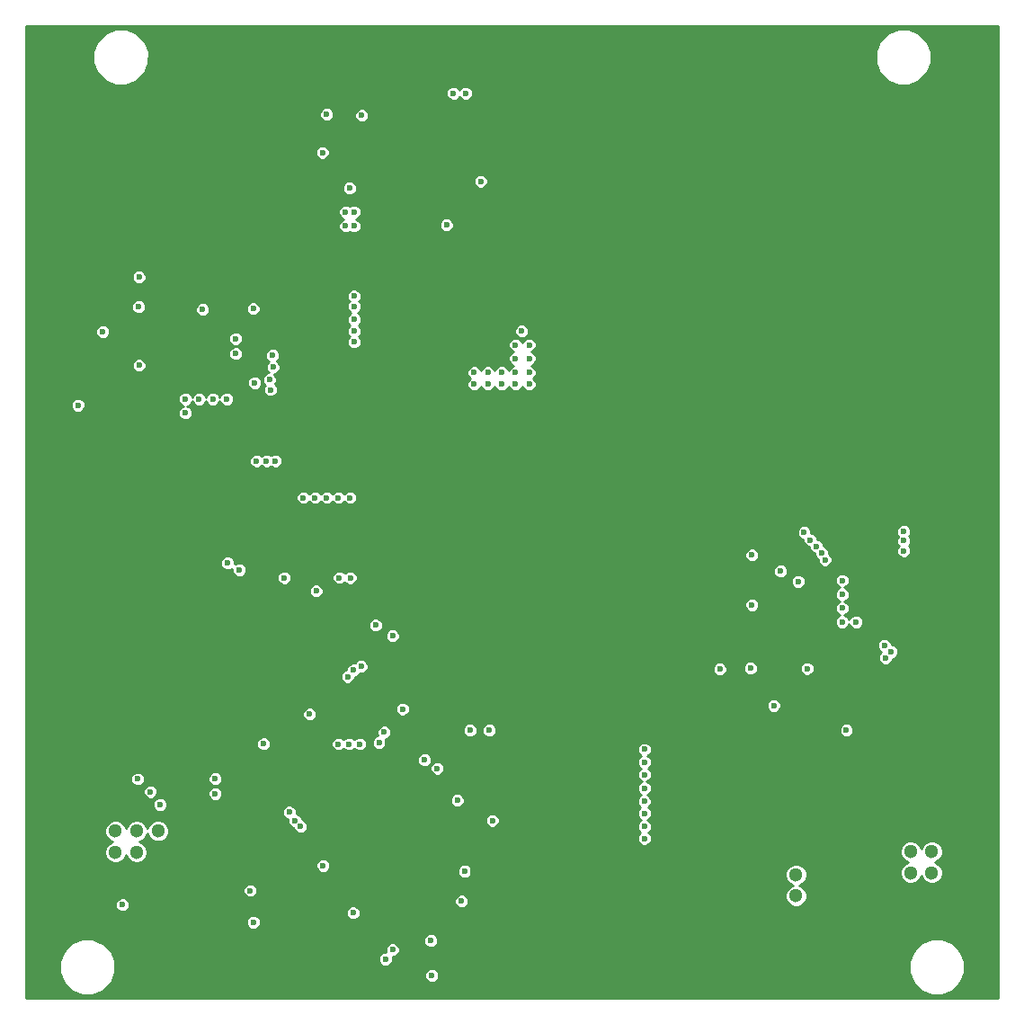
<source format=gbr>
G04 #@! TF.FileFunction,Copper,L2,Inr,Signal*
%FSLAX46Y46*%
G04 Gerber Fmt 4.6, Leading zero omitted, Abs format (unit mm)*
G04 Created by KiCad (PCBNEW 4.0.7) date Friday, March 09, 2018 'PMt' 08:43:15 PM*
%MOMM*%
%LPD*%
G01*
G04 APERTURE LIST*
%ADD10C,0.100000*%
%ADD11C,0.600000*%
%ADD12R,1.300000X1.300000*%
%ADD13C,1.300000*%
%ADD14C,0.400000*%
%ADD15C,0.250000*%
G04 APERTURE END LIST*
D10*
D11*
X158800000Y-82100000D03*
X159700000Y-90700000D03*
X156100000Y-92900000D03*
X156100000Y-85300000D03*
X155500000Y-78500000D03*
X147600000Y-78200000D03*
X147400000Y-73700000D03*
X156800000Y-72700000D03*
X155600000Y-64500000D03*
X151700000Y-68900000D03*
X149200000Y-62200000D03*
X122700000Y-128800000D03*
X124200000Y-132800000D03*
X122700000Y-131300000D03*
X142600000Y-67200000D03*
X143700000Y-67200000D03*
X143700000Y-66000000D03*
X142600000Y-66000000D03*
X127800000Y-143600000D03*
X181500000Y-138300000D03*
D12*
X177500000Y-135000000D03*
D13*
X177500000Y-137000000D03*
X175500000Y-135000000D03*
X175500000Y-137000000D03*
X173500000Y-135000000D03*
X173500000Y-137000000D03*
D12*
X115400000Y-132900000D03*
D13*
X115400000Y-130900000D03*
X113400000Y-132900000D03*
X113400000Y-130900000D03*
X111400000Y-132900000D03*
X111400000Y-130900000D03*
D12*
X188277620Y-136834336D03*
D13*
X186277620Y-136834336D03*
X188277620Y-134834336D03*
X186277620Y-134834336D03*
X188277620Y-132834336D03*
X186277620Y-132834336D03*
D11*
X191000000Y-81000000D03*
X189500000Y-68000000D03*
X193000000Y-56500000D03*
X177000000Y-61000000D03*
X125000000Y-120500000D03*
X126500000Y-112400000D03*
X117000000Y-109300000D03*
X183500000Y-63500000D03*
X165500000Y-56500000D03*
X176500000Y-69000000D03*
X138500000Y-127000000D03*
X127400000Y-127000000D03*
X133000000Y-127500000D03*
X183000000Y-72500000D03*
X169500000Y-62000000D03*
X136000000Y-128500000D03*
X134500000Y-132500000D03*
X106900000Y-108500000D03*
X190000000Y-90000000D03*
X128000000Y-133000000D03*
X110300000Y-113600000D03*
X107500000Y-121000000D03*
X172000000Y-89500000D03*
X142000000Y-56000000D03*
X121100000Y-70850000D03*
X135000000Y-135500000D03*
X114500000Y-119300000D03*
X107000000Y-127500000D03*
X179000000Y-86500000D03*
X167000000Y-85000000D03*
X139500000Y-104000000D03*
X108500000Y-79500000D03*
X109000000Y-96000000D03*
X135500000Y-107500000D03*
X133200000Y-112300000D03*
X130000000Y-138000000D03*
X115500000Y-125000000D03*
X107500000Y-133400000D03*
X179000000Y-78500000D03*
X193500000Y-99500000D03*
X110000000Y-75000000D03*
X123000000Y-100000000D03*
X110000000Y-99500000D03*
X139500000Y-112600000D03*
X126500000Y-118900000D03*
X174500000Y-97000000D03*
X154600000Y-105000000D03*
X152000000Y-101400000D03*
X145600000Y-110200000D03*
X146600000Y-106000000D03*
X163700000Y-113000000D03*
X150900000Y-128200000D03*
X159500000Y-100000000D03*
X189500000Y-128900000D03*
X192800000Y-133900000D03*
X166000000Y-134800000D03*
X143900000Y-100600000D03*
X157400000Y-107500000D03*
X148900000Y-121500000D03*
X152800000Y-125800000D03*
X183000000Y-94500000D03*
X191400000Y-110900000D03*
X187000000Y-113700000D03*
X193400000Y-119400000D03*
X186100000Y-139000000D03*
X157000000Y-114500000D03*
X165100000Y-118900000D03*
X144600000Y-119300000D03*
X155900000Y-134100000D03*
X157100000Y-142900000D03*
X163500000Y-141000000D03*
X175900000Y-143800000D03*
X193200000Y-143540000D03*
X148500000Y-144000000D03*
X104500000Y-145500000D03*
X114000000Y-140900000D03*
X104500000Y-139500000D03*
X112150000Y-145230000D03*
X134000000Y-142500000D03*
X114500000Y-70500000D03*
X103600000Y-63000000D03*
X109400000Y-69500000D03*
X120800000Y-64300000D03*
X120500000Y-58000000D03*
X103500000Y-56000000D03*
X116090000Y-57470000D03*
X124500000Y-60500000D03*
X114500000Y-66150000D03*
X119800000Y-131900000D03*
X122300000Y-135000000D03*
X131700000Y-121300000D03*
X123200000Y-117300000D03*
X115900000Y-137200000D03*
X115234760Y-85181328D03*
X116334760Y-85181328D03*
X117434760Y-85181328D03*
X115234760Y-84081328D03*
X116334760Y-84081328D03*
X117434760Y-84081328D03*
X115234760Y-82981328D03*
X116334760Y-82981328D03*
X117434760Y-82981328D03*
X174859692Y-114005988D03*
X174859692Y-112905988D03*
X174859692Y-111805988D03*
X173759692Y-114005988D03*
X173759692Y-112905988D03*
X173759692Y-111805988D03*
X172659692Y-114005988D03*
X172659692Y-112905988D03*
X172659692Y-111805988D03*
D14*
X139322380Y-76231328D03*
X140022380Y-76231328D03*
X140022380Y-76931328D03*
X139322380Y-76931328D03*
D11*
X183350000Y-109200000D03*
X139800000Y-134000000D03*
X115372380Y-77145664D03*
X184439692Y-117205988D03*
X123725295Y-95244155D03*
X184857010Y-105482732D03*
X141521651Y-81902823D03*
X139730000Y-143280000D03*
X160400000Y-75200000D03*
X160400000Y-78200000D03*
X128260000Y-82600000D03*
X128260000Y-88600000D03*
X132900000Y-94900000D03*
X139000000Y-94900000D03*
X145000000Y-94900000D03*
X151000000Y-94900000D03*
X157000000Y-94900000D03*
X161740000Y-88700000D03*
X161740000Y-82700000D03*
X128260000Y-64500000D03*
X128260000Y-70600000D03*
X127100000Y-75200000D03*
X129400000Y-78100000D03*
X161740000Y-70500000D03*
X161740000Y-64600000D03*
X157000000Y-58270000D03*
X151000000Y-58270000D03*
X144900000Y-58270000D03*
X139000000Y-58270000D03*
X133000000Y-58265000D03*
X152700000Y-74100000D03*
X151500000Y-74100000D03*
X150300000Y-74100000D03*
X142324688Y-128938730D03*
X163700000Y-77900000D03*
X163700000Y-75200000D03*
X169379259Y-100020741D03*
X167900000Y-101400000D03*
X169300000Y-97200000D03*
X167900000Y-98600000D03*
X167900000Y-95900000D03*
X166500000Y-97220741D03*
X165100000Y-98599994D03*
X165100000Y-95900000D03*
X163700000Y-97200000D03*
X163700000Y-100000000D03*
X165100000Y-101400000D03*
X146460000Y-74450000D03*
X142551328Y-69781328D03*
X174929692Y-122335988D03*
X169210000Y-77980000D03*
X169100000Y-75200000D03*
X165100000Y-74100000D03*
X166500000Y-75180000D03*
X167900000Y-74100000D03*
X167900000Y-76700000D03*
X167900000Y-79000000D03*
X166500000Y-77980000D03*
X165100000Y-79000000D03*
X126100000Y-94400000D03*
X179924769Y-112560741D03*
X145100000Y-134800000D03*
X136200000Y-141700000D03*
X146600000Y-128600000D03*
X142900000Y-139300000D03*
X140512580Y-120450000D03*
X140512580Y-121690000D03*
X123370000Y-124830000D03*
X149500000Y-135700000D03*
X143410000Y-143620000D03*
X143410000Y-142190000D03*
X120690000Y-137410000D03*
X123690000Y-138340000D03*
X121130000Y-139660000D03*
X126480000Y-121440000D03*
X150210000Y-124410000D03*
X150210000Y-125700000D03*
X148600000Y-140500000D03*
X174924769Y-106560741D03*
X123400000Y-85200000D03*
X186739692Y-111105988D03*
X186739692Y-108905988D03*
X186739692Y-107405988D03*
X186739692Y-105505988D03*
X133160000Y-65940000D03*
X134810000Y-68440000D03*
X137820000Y-69700000D03*
X106958044Y-85481328D03*
X135572380Y-71215664D03*
X136272384Y-71215664D03*
X138272380Y-70915664D03*
X138272380Y-71615664D03*
X141572380Y-71515664D03*
X140272380Y-71515664D03*
X129772380Y-73815664D03*
X129772380Y-72615664D03*
X168539692Y-103865988D03*
X169459692Y-102645988D03*
X170389692Y-102635988D03*
X171419692Y-103765988D03*
X109892380Y-82805664D03*
X110162380Y-81875664D03*
X111522380Y-80245664D03*
X116312380Y-76555664D03*
X114532380Y-76885664D03*
X126532380Y-79835664D03*
X125432380Y-81895664D03*
X126572380Y-81105664D03*
X119832380Y-93615664D03*
X123762380Y-97085664D03*
X121732380Y-97065664D03*
X118132380Y-97065664D03*
X120212380Y-97065664D03*
X174069692Y-121325988D03*
X177918897Y-109515193D03*
X171639692Y-106505988D03*
X172339692Y-106505988D03*
X173039692Y-106505988D03*
X165439692Y-105905988D03*
X165439692Y-104205988D03*
X167603897Y-109385398D03*
X166319692Y-112845988D03*
X166669692Y-113855988D03*
X166889692Y-115665988D03*
X166669692Y-114795988D03*
X170629692Y-118765988D03*
X170019692Y-117775988D03*
X172419692Y-119455988D03*
X171689692Y-119005988D03*
X174239692Y-119655988D03*
X176147099Y-117385398D03*
X179109692Y-121155988D03*
X179109692Y-120305988D03*
X182939692Y-116005988D03*
X179639692Y-115205988D03*
X179639692Y-116205988D03*
X180639692Y-102005988D03*
X182439692Y-102005988D03*
X181539692Y-101005988D03*
X137372380Y-77715664D03*
X137412380Y-76005664D03*
X140672380Y-82815664D03*
X138172380Y-84115664D03*
X138872380Y-83415664D03*
X137572380Y-83415664D03*
X138872380Y-84815664D03*
X137572380Y-84815664D03*
X139572380Y-88815664D03*
X139572380Y-87515664D03*
X140872380Y-87515664D03*
X140872380Y-88815664D03*
X142172380Y-88815664D03*
X143872380Y-84815664D03*
X132672380Y-79115664D03*
X131872380Y-79115664D03*
X119822380Y-77915664D03*
X110472380Y-81115664D03*
X108922380Y-89515664D03*
X108172380Y-89515664D03*
X112922380Y-89765664D03*
X114022380Y-89765664D03*
X116622380Y-90265664D03*
X119622380Y-88465664D03*
X122672380Y-81865664D03*
X122672380Y-83615666D03*
X122672380Y-82765664D03*
X124072380Y-74915664D03*
X123272380Y-75715664D03*
X124922380Y-75715664D03*
X125372380Y-79065664D03*
X111852380Y-86585664D03*
X107982380Y-84505664D03*
X109582380Y-84655664D03*
X112052380Y-94695664D03*
X113062380Y-93265664D03*
X143872380Y-84075664D03*
X143872380Y-83315664D03*
X146600000Y-127100000D03*
X146600000Y-125760000D03*
X149672380Y-83815664D03*
X150372380Y-85115664D03*
X149072380Y-85115664D03*
X150372380Y-86415664D03*
X149072380Y-86415664D03*
X150372380Y-88815664D03*
X150372380Y-87715664D03*
X149072380Y-87715664D03*
X149072380Y-88815664D03*
X147772380Y-88815664D03*
X147772380Y-87715664D03*
X146472380Y-87715664D03*
X146472380Y-88815664D03*
X145172380Y-88815664D03*
X145172380Y-87715664D03*
X125350799Y-122678716D03*
X145800000Y-69700000D03*
X144300000Y-134700000D03*
X144000000Y-137500000D03*
X141200000Y-144500000D03*
X141100000Y-141200000D03*
X124400000Y-139500000D03*
X143600000Y-128000000D03*
X133460000Y-70350000D03*
X144800000Y-121400000D03*
X146600000Y-121400000D03*
X133900000Y-83800000D03*
X133900000Y-82700000D03*
X133900000Y-81500000D03*
X144380000Y-61420000D03*
X143210000Y-61420000D03*
X126469336Y-96040664D03*
X125610000Y-96040664D03*
X124680000Y-96040664D03*
X185639692Y-104505988D03*
X185639692Y-103560741D03*
X138440000Y-119400000D03*
X142572380Y-73815664D03*
X133872380Y-72615664D03*
X133872380Y-73915664D03*
X133072380Y-73915664D03*
X133072380Y-72615664D03*
X133872380Y-84815664D03*
X133872380Y-80515664D03*
X185639692Y-102675664D03*
X146900000Y-129900000D03*
X113572380Y-81515664D03*
X171214769Y-115560741D03*
X110201813Y-83858646D03*
X175705282Y-107405988D03*
X174039692Y-106405988D03*
X171339692Y-109605988D03*
X171339692Y-104905988D03*
X168309692Y-115645988D03*
X173389692Y-119085988D03*
X180239692Y-121405988D03*
X176539692Y-115605988D03*
X179839692Y-107305988D03*
X181139692Y-111205988D03*
X179839692Y-108605988D03*
X179839692Y-109905988D03*
X179839692Y-111205988D03*
X117972380Y-91515664D03*
X121872380Y-90215664D03*
X120572380Y-90215664D03*
X117972380Y-90215664D03*
X119272380Y-90215664D03*
X113622380Y-78715664D03*
X124372380Y-81715664D03*
X119602380Y-81765664D03*
X122722380Y-85945664D03*
X122712380Y-84525664D03*
X113622380Y-87045664D03*
X107872380Y-90815664D03*
X115600000Y-128400000D03*
X128830000Y-130480000D03*
X112060000Y-137840000D03*
X124100000Y-136500000D03*
X128280350Y-129902590D03*
X114700000Y-127200000D03*
X127770000Y-129130000D03*
X113500000Y-126000000D03*
X134600000Y-63500000D03*
X137501529Y-142081824D03*
X136846035Y-142960187D03*
X131300000Y-63400000D03*
X134531438Y-115381147D03*
X134400000Y-122700000D03*
X133822590Y-115737312D03*
X133400000Y-122700000D03*
X133269999Y-116352228D03*
X132400000Y-122700000D03*
X120800219Y-125974604D03*
X120800000Y-127389990D03*
X121970000Y-105650000D03*
X141700000Y-125000000D03*
X123060000Y-106300000D03*
X140500000Y-124200000D03*
X129679825Y-119885736D03*
X130900000Y-67000000D03*
X137500000Y-112500000D03*
X136710000Y-121590000D03*
X135915981Y-111515981D03*
X136215980Y-122590000D03*
X132484790Y-107036822D03*
X127300000Y-107050000D03*
X133512010Y-107052531D03*
X130949027Y-134150973D03*
X133800000Y-138600000D03*
X130300000Y-108300000D03*
X183924769Y-114578988D03*
X161219259Y-123204769D03*
X184446682Y-114001580D03*
X161219259Y-124424769D03*
X183810224Y-113420168D03*
X161229259Y-125584769D03*
X178224769Y-105360741D03*
X161219261Y-126874769D03*
X161209547Y-128094481D03*
X177888285Y-104687772D03*
X177416201Y-104101902D03*
X161219259Y-129244769D03*
X176838791Y-103480741D03*
X161219259Y-130454769D03*
X161229259Y-131604769D03*
X176261381Y-102765709D03*
X129100000Y-99500000D03*
X124496079Y-88688299D03*
X130200000Y-99500000D03*
X125993564Y-89341009D03*
X131300000Y-99500000D03*
X125900000Y-88400000D03*
X132400000Y-99500000D03*
X126234534Y-87185075D03*
X133500000Y-99500000D03*
X126200000Y-86100000D03*
D15*
G36*
X194550000Y-146650000D02*
X102950000Y-146650000D01*
X102950000Y-144222825D01*
X106109542Y-144222825D01*
X106510612Y-145193486D01*
X107252607Y-145936778D01*
X108222568Y-146339541D01*
X109272825Y-146340458D01*
X110243486Y-145939388D01*
X110986778Y-145197393D01*
X111220853Y-144633677D01*
X140524883Y-144633677D01*
X140627429Y-144881857D01*
X140817144Y-145071903D01*
X141065145Y-145174883D01*
X141333677Y-145175117D01*
X141581857Y-145072571D01*
X141771903Y-144882856D01*
X141874883Y-144634855D01*
X141875117Y-144366323D01*
X141815825Y-144222825D01*
X186109542Y-144222825D01*
X186510612Y-145193486D01*
X187252607Y-145936778D01*
X188222568Y-146339541D01*
X189272825Y-146340458D01*
X190243486Y-145939388D01*
X190986778Y-145197393D01*
X191389541Y-144227432D01*
X191390458Y-143177175D01*
X190989388Y-142206514D01*
X190247393Y-141463222D01*
X189277432Y-141060459D01*
X188227175Y-141059542D01*
X187256514Y-141460612D01*
X186513222Y-142202607D01*
X186110459Y-143172568D01*
X186109542Y-144222825D01*
X141815825Y-144222825D01*
X141772571Y-144118143D01*
X141582856Y-143928097D01*
X141334855Y-143825117D01*
X141066323Y-143824883D01*
X140818143Y-143927429D01*
X140628097Y-144117144D01*
X140525117Y-144365145D01*
X140524883Y-144633677D01*
X111220853Y-144633677D01*
X111389541Y-144227432D01*
X111390458Y-143177175D01*
X111356035Y-143093864D01*
X136170918Y-143093864D01*
X136273464Y-143342044D01*
X136463179Y-143532090D01*
X136711180Y-143635070D01*
X136979712Y-143635304D01*
X137227892Y-143532758D01*
X137417938Y-143343043D01*
X137520918Y-143095042D01*
X137521152Y-142826510D01*
X137492355Y-142756817D01*
X137635206Y-142756941D01*
X137883386Y-142654395D01*
X138073432Y-142464680D01*
X138176412Y-142216679D01*
X138176646Y-141948147D01*
X138074100Y-141699967D01*
X137884385Y-141509921D01*
X137636384Y-141406941D01*
X137367852Y-141406707D01*
X137119672Y-141509253D01*
X136929626Y-141698968D01*
X136826646Y-141946969D01*
X136826412Y-142215501D01*
X136855209Y-142285194D01*
X136712358Y-142285070D01*
X136464178Y-142387616D01*
X136274132Y-142577331D01*
X136171152Y-142825332D01*
X136170918Y-143093864D01*
X111356035Y-143093864D01*
X110989388Y-142206514D01*
X110247393Y-141463222D01*
X109935415Y-141333677D01*
X140424883Y-141333677D01*
X140527429Y-141581857D01*
X140717144Y-141771903D01*
X140965145Y-141874883D01*
X141233677Y-141875117D01*
X141481857Y-141772571D01*
X141671903Y-141582856D01*
X141774883Y-141334855D01*
X141775117Y-141066323D01*
X141672571Y-140818143D01*
X141482856Y-140628097D01*
X141234855Y-140525117D01*
X140966323Y-140524883D01*
X140718143Y-140627429D01*
X140528097Y-140817144D01*
X140425117Y-141065145D01*
X140424883Y-141333677D01*
X109935415Y-141333677D01*
X109277432Y-141060459D01*
X108227175Y-141059542D01*
X107256514Y-141460612D01*
X106513222Y-142202607D01*
X106110459Y-143172568D01*
X106109542Y-144222825D01*
X102950000Y-144222825D01*
X102950000Y-139633677D01*
X123724883Y-139633677D01*
X123827429Y-139881857D01*
X124017144Y-140071903D01*
X124265145Y-140174883D01*
X124533677Y-140175117D01*
X124781857Y-140072571D01*
X124971903Y-139882856D01*
X125074883Y-139634855D01*
X125075117Y-139366323D01*
X124972571Y-139118143D01*
X124782856Y-138928097D01*
X124534855Y-138825117D01*
X124266323Y-138824883D01*
X124018143Y-138927429D01*
X123828097Y-139117144D01*
X123725117Y-139365145D01*
X123724883Y-139633677D01*
X102950000Y-139633677D01*
X102950000Y-138733677D01*
X133124883Y-138733677D01*
X133227429Y-138981857D01*
X133417144Y-139171903D01*
X133665145Y-139274883D01*
X133933677Y-139275117D01*
X134181857Y-139172571D01*
X134371903Y-138982856D01*
X134474883Y-138734855D01*
X134475117Y-138466323D01*
X134372571Y-138218143D01*
X134182856Y-138028097D01*
X133934855Y-137925117D01*
X133666323Y-137924883D01*
X133418143Y-138027429D01*
X133228097Y-138217144D01*
X133125117Y-138465145D01*
X133124883Y-138733677D01*
X102950000Y-138733677D01*
X102950000Y-137973677D01*
X111384883Y-137973677D01*
X111487429Y-138221857D01*
X111677144Y-138411903D01*
X111925145Y-138514883D01*
X112193677Y-138515117D01*
X112441857Y-138412571D01*
X112631903Y-138222856D01*
X112734883Y-137974855D01*
X112735117Y-137706323D01*
X112705101Y-137633677D01*
X143324883Y-137633677D01*
X143427429Y-137881857D01*
X143617144Y-138071903D01*
X143865145Y-138174883D01*
X144133677Y-138175117D01*
X144381857Y-138072571D01*
X144571903Y-137882856D01*
X144674883Y-137634855D01*
X144675117Y-137366323D01*
X144572571Y-137118143D01*
X144382856Y-136928097D01*
X144134855Y-136825117D01*
X143866323Y-136824883D01*
X143618143Y-136927429D01*
X143428097Y-137117144D01*
X143325117Y-137365145D01*
X143324883Y-137633677D01*
X112705101Y-137633677D01*
X112632571Y-137458143D01*
X112442856Y-137268097D01*
X112194855Y-137165117D01*
X111926323Y-137164883D01*
X111678143Y-137267429D01*
X111488097Y-137457144D01*
X111385117Y-137705145D01*
X111384883Y-137973677D01*
X102950000Y-137973677D01*
X102950000Y-136633677D01*
X123424883Y-136633677D01*
X123527429Y-136881857D01*
X123717144Y-137071903D01*
X123965145Y-137174883D01*
X124233677Y-137175117D01*
X124481857Y-137072571D01*
X124671903Y-136882856D01*
X124774883Y-136634855D01*
X124775117Y-136366323D01*
X124672571Y-136118143D01*
X124482856Y-135928097D01*
X124234855Y-135825117D01*
X123966323Y-135824883D01*
X123718143Y-135927429D01*
X123528097Y-136117144D01*
X123425117Y-136365145D01*
X123424883Y-136633677D01*
X102950000Y-136633677D01*
X102950000Y-134833677D01*
X143624883Y-134833677D01*
X143727429Y-135081857D01*
X143917144Y-135271903D01*
X144165145Y-135374883D01*
X144433677Y-135375117D01*
X144681857Y-135272571D01*
X144751558Y-135202991D01*
X174474822Y-135202991D01*
X174630541Y-135579857D01*
X174918626Y-135868446D01*
X175235757Y-136000131D01*
X174920143Y-136130541D01*
X174631554Y-136418626D01*
X174475178Y-136795220D01*
X174474822Y-137202991D01*
X174630541Y-137579857D01*
X174918626Y-137868446D01*
X175295220Y-138024822D01*
X175702991Y-138025178D01*
X176079857Y-137869459D01*
X176368446Y-137581374D01*
X176524822Y-137204780D01*
X176525178Y-136797009D01*
X176369459Y-136420143D01*
X176081374Y-136131554D01*
X175764243Y-135999869D01*
X176079857Y-135869459D01*
X176368446Y-135581374D01*
X176524822Y-135204780D01*
X176525178Y-134797009D01*
X176369459Y-134420143D01*
X176081374Y-134131554D01*
X175704780Y-133975178D01*
X175297009Y-133974822D01*
X174920143Y-134130541D01*
X174631554Y-134418626D01*
X174475178Y-134795220D01*
X174474822Y-135202991D01*
X144751558Y-135202991D01*
X144871903Y-135082856D01*
X144974883Y-134834855D01*
X144975117Y-134566323D01*
X144872571Y-134318143D01*
X144682856Y-134128097D01*
X144434855Y-134025117D01*
X144166323Y-134024883D01*
X143918143Y-134127429D01*
X143728097Y-134317144D01*
X143625117Y-134565145D01*
X143624883Y-134833677D01*
X102950000Y-134833677D01*
X102950000Y-134284650D01*
X130273910Y-134284650D01*
X130376456Y-134532830D01*
X130566171Y-134722876D01*
X130814172Y-134825856D01*
X131082704Y-134826090D01*
X131330884Y-134723544D01*
X131520930Y-134533829D01*
X131623910Y-134285828D01*
X131624144Y-134017296D01*
X131521598Y-133769116D01*
X131331883Y-133579070D01*
X131083882Y-133476090D01*
X130815350Y-133475856D01*
X130567170Y-133578402D01*
X130377124Y-133768117D01*
X130274144Y-134016118D01*
X130273910Y-134284650D01*
X102950000Y-134284650D01*
X102950000Y-131102991D01*
X110374822Y-131102991D01*
X110530541Y-131479857D01*
X110818626Y-131768446D01*
X111135757Y-131900131D01*
X110820143Y-132030541D01*
X110531554Y-132318626D01*
X110375178Y-132695220D01*
X110374822Y-133102991D01*
X110530541Y-133479857D01*
X110818626Y-133768446D01*
X111195220Y-133924822D01*
X111602991Y-133925178D01*
X111979857Y-133769459D01*
X112268446Y-133481374D01*
X112400131Y-133164243D01*
X112530541Y-133479857D01*
X112818626Y-133768446D01*
X113195220Y-133924822D01*
X113602991Y-133925178D01*
X113979857Y-133769459D01*
X114268446Y-133481374D01*
X114424822Y-133104780D01*
X114424880Y-133037327D01*
X185252442Y-133037327D01*
X185408161Y-133414193D01*
X185696246Y-133702782D01*
X186013377Y-133834467D01*
X185697763Y-133964877D01*
X185409174Y-134252962D01*
X185252798Y-134629556D01*
X185252442Y-135037327D01*
X185408161Y-135414193D01*
X185696246Y-135702782D01*
X186072840Y-135859158D01*
X186480611Y-135859514D01*
X186857477Y-135703795D01*
X187146066Y-135415710D01*
X187277751Y-135098579D01*
X187408161Y-135414193D01*
X187696246Y-135702782D01*
X188072840Y-135859158D01*
X188480611Y-135859514D01*
X188857477Y-135703795D01*
X189146066Y-135415710D01*
X189302442Y-135039116D01*
X189302798Y-134631345D01*
X189147079Y-134254479D01*
X188858994Y-133965890D01*
X188541863Y-133834205D01*
X188857477Y-133703795D01*
X189146066Y-133415710D01*
X189302442Y-133039116D01*
X189302798Y-132631345D01*
X189147079Y-132254479D01*
X188858994Y-131965890D01*
X188482400Y-131809514D01*
X188074629Y-131809158D01*
X187697763Y-131964877D01*
X187409174Y-132252962D01*
X187277489Y-132570093D01*
X187147079Y-132254479D01*
X186858994Y-131965890D01*
X186482400Y-131809514D01*
X186074629Y-131809158D01*
X185697763Y-131964877D01*
X185409174Y-132252962D01*
X185252798Y-132629556D01*
X185252442Y-133037327D01*
X114424880Y-133037327D01*
X114425178Y-132697009D01*
X114269459Y-132320143D01*
X113981374Y-132031554D01*
X113664243Y-131899869D01*
X113979857Y-131769459D01*
X114268446Y-131481374D01*
X114400131Y-131164243D01*
X114530541Y-131479857D01*
X114818626Y-131768446D01*
X115195220Y-131924822D01*
X115602991Y-131925178D01*
X115979857Y-131769459D01*
X116268446Y-131481374D01*
X116424822Y-131104780D01*
X116425178Y-130697009D01*
X116269459Y-130320143D01*
X115981374Y-130031554D01*
X115604780Y-129875178D01*
X115197009Y-129874822D01*
X114820143Y-130030541D01*
X114531554Y-130318626D01*
X114399869Y-130635757D01*
X114269459Y-130320143D01*
X113981374Y-130031554D01*
X113604780Y-129875178D01*
X113197009Y-129874822D01*
X112820143Y-130030541D01*
X112531554Y-130318626D01*
X112399869Y-130635757D01*
X112269459Y-130320143D01*
X111981374Y-130031554D01*
X111604780Y-129875178D01*
X111197009Y-129874822D01*
X110820143Y-130030541D01*
X110531554Y-130318626D01*
X110375178Y-130695220D01*
X110374822Y-131102991D01*
X102950000Y-131102991D01*
X102950000Y-129263677D01*
X127094883Y-129263677D01*
X127197429Y-129511857D01*
X127387144Y-129701903D01*
X127605445Y-129792551D01*
X127605233Y-130036267D01*
X127707779Y-130284447D01*
X127897494Y-130474493D01*
X128145495Y-130577473D01*
X128154915Y-130577481D01*
X128154883Y-130613677D01*
X128257429Y-130861857D01*
X128447144Y-131051903D01*
X128695145Y-131154883D01*
X128963677Y-131155117D01*
X129211857Y-131052571D01*
X129401903Y-130862856D01*
X129504883Y-130614855D01*
X129505117Y-130346323D01*
X129402571Y-130098143D01*
X129338218Y-130033677D01*
X146224883Y-130033677D01*
X146327429Y-130281857D01*
X146517144Y-130471903D01*
X146765145Y-130574883D01*
X147033677Y-130575117D01*
X147281857Y-130472571D01*
X147471903Y-130282856D01*
X147574883Y-130034855D01*
X147575117Y-129766323D01*
X147472571Y-129518143D01*
X147282856Y-129328097D01*
X147034855Y-129225117D01*
X146766323Y-129224883D01*
X146518143Y-129327429D01*
X146328097Y-129517144D01*
X146225117Y-129765145D01*
X146224883Y-130033677D01*
X129338218Y-130033677D01*
X129212856Y-129908097D01*
X128964855Y-129805117D01*
X128955435Y-129805109D01*
X128955467Y-129768913D01*
X128852921Y-129520733D01*
X128663206Y-129330687D01*
X128444905Y-129240039D01*
X128445117Y-128996323D01*
X128342571Y-128748143D01*
X128152856Y-128558097D01*
X127904855Y-128455117D01*
X127636323Y-128454883D01*
X127388143Y-128557429D01*
X127198097Y-128747144D01*
X127095117Y-128995145D01*
X127094883Y-129263677D01*
X102950000Y-129263677D01*
X102950000Y-128533677D01*
X114924883Y-128533677D01*
X115027429Y-128781857D01*
X115217144Y-128971903D01*
X115465145Y-129074883D01*
X115733677Y-129075117D01*
X115981857Y-128972571D01*
X116171903Y-128782856D01*
X116274883Y-128534855D01*
X116275117Y-128266323D01*
X116220309Y-128133677D01*
X142924883Y-128133677D01*
X143027429Y-128381857D01*
X143217144Y-128571903D01*
X143465145Y-128674883D01*
X143733677Y-128675117D01*
X143981857Y-128572571D01*
X144171903Y-128382856D01*
X144236139Y-128228158D01*
X160534430Y-128228158D01*
X160636976Y-128476338D01*
X160826691Y-128666384D01*
X160839051Y-128671517D01*
X160837402Y-128672198D01*
X160647356Y-128861913D01*
X160544376Y-129109914D01*
X160544142Y-129378446D01*
X160646688Y-129626626D01*
X160836403Y-129816672D01*
X160915998Y-129849723D01*
X160837402Y-129882198D01*
X160647356Y-130071913D01*
X160544376Y-130319914D01*
X160544142Y-130588446D01*
X160646688Y-130836626D01*
X160836403Y-131026672D01*
X160848559Y-131031720D01*
X160847402Y-131032198D01*
X160657356Y-131221913D01*
X160554376Y-131469914D01*
X160554142Y-131738446D01*
X160656688Y-131986626D01*
X160846403Y-132176672D01*
X161094404Y-132279652D01*
X161362936Y-132279886D01*
X161611116Y-132177340D01*
X161801162Y-131987625D01*
X161904142Y-131739624D01*
X161904376Y-131471092D01*
X161801830Y-131222912D01*
X161612115Y-131032866D01*
X161599959Y-131027818D01*
X161601116Y-131027340D01*
X161791162Y-130837625D01*
X161894142Y-130589624D01*
X161894376Y-130321092D01*
X161791830Y-130072912D01*
X161602115Y-129882866D01*
X161522520Y-129849815D01*
X161601116Y-129817340D01*
X161791162Y-129627625D01*
X161894142Y-129379624D01*
X161894376Y-129111092D01*
X161791830Y-128862912D01*
X161602115Y-128672866D01*
X161589755Y-128667733D01*
X161591404Y-128667052D01*
X161781450Y-128477337D01*
X161884430Y-128229336D01*
X161884664Y-127960804D01*
X161782118Y-127712624D01*
X161592403Y-127522578D01*
X161505930Y-127486671D01*
X161601118Y-127447340D01*
X161791164Y-127257625D01*
X161894144Y-127009624D01*
X161894378Y-126741092D01*
X161791832Y-126492912D01*
X161602117Y-126302866D01*
X161430941Y-126231787D01*
X161611116Y-126157340D01*
X161801162Y-125967625D01*
X161904142Y-125719624D01*
X161904376Y-125451092D01*
X161801830Y-125202912D01*
X161612115Y-125012866D01*
X161587888Y-125002806D01*
X161601116Y-124997340D01*
X161791162Y-124807625D01*
X161894142Y-124559624D01*
X161894376Y-124291092D01*
X161791830Y-124042912D01*
X161602115Y-123852866D01*
X161510449Y-123814803D01*
X161601116Y-123777340D01*
X161791162Y-123587625D01*
X161894142Y-123339624D01*
X161894376Y-123071092D01*
X161791830Y-122822912D01*
X161602115Y-122632866D01*
X161354114Y-122529886D01*
X161085582Y-122529652D01*
X160837402Y-122632198D01*
X160647356Y-122821913D01*
X160544376Y-123069914D01*
X160544142Y-123338446D01*
X160646688Y-123586626D01*
X160836403Y-123776672D01*
X160928069Y-123814735D01*
X160837402Y-123852198D01*
X160647356Y-124041913D01*
X160544376Y-124289914D01*
X160544142Y-124558446D01*
X160646688Y-124806626D01*
X160836403Y-124996672D01*
X160860630Y-125006732D01*
X160847402Y-125012198D01*
X160657356Y-125201913D01*
X160554376Y-125449914D01*
X160554142Y-125718446D01*
X160656688Y-125966626D01*
X160846403Y-126156672D01*
X161017579Y-126227751D01*
X160837404Y-126302198D01*
X160647358Y-126491913D01*
X160544378Y-126739914D01*
X160544144Y-127008446D01*
X160646690Y-127256626D01*
X160836405Y-127446672D01*
X160922878Y-127482579D01*
X160827690Y-127521910D01*
X160637644Y-127711625D01*
X160534664Y-127959626D01*
X160534430Y-128228158D01*
X144236139Y-128228158D01*
X144274883Y-128134855D01*
X144275117Y-127866323D01*
X144172571Y-127618143D01*
X143982856Y-127428097D01*
X143734855Y-127325117D01*
X143466323Y-127324883D01*
X143218143Y-127427429D01*
X143028097Y-127617144D01*
X142925117Y-127865145D01*
X142924883Y-128133677D01*
X116220309Y-128133677D01*
X116172571Y-128018143D01*
X115982856Y-127828097D01*
X115734855Y-127725117D01*
X115466323Y-127724883D01*
X115218143Y-127827429D01*
X115028097Y-128017144D01*
X114925117Y-128265145D01*
X114924883Y-128533677D01*
X102950000Y-128533677D01*
X102950000Y-127333677D01*
X114024883Y-127333677D01*
X114127429Y-127581857D01*
X114317144Y-127771903D01*
X114565145Y-127874883D01*
X114833677Y-127875117D01*
X115081857Y-127772571D01*
X115271903Y-127582856D01*
X115296480Y-127523667D01*
X120124883Y-127523667D01*
X120227429Y-127771847D01*
X120417144Y-127961893D01*
X120665145Y-128064873D01*
X120933677Y-128065107D01*
X121181857Y-127962561D01*
X121371903Y-127772846D01*
X121474883Y-127524845D01*
X121475117Y-127256313D01*
X121372571Y-127008133D01*
X121182856Y-126818087D01*
X120934855Y-126715107D01*
X120666323Y-126714873D01*
X120418143Y-126817419D01*
X120228097Y-127007134D01*
X120125117Y-127255135D01*
X120124883Y-127523667D01*
X115296480Y-127523667D01*
X115374883Y-127334855D01*
X115375117Y-127066323D01*
X115272571Y-126818143D01*
X115082856Y-126628097D01*
X114834855Y-126525117D01*
X114566323Y-126524883D01*
X114318143Y-126627429D01*
X114128097Y-126817144D01*
X114025117Y-127065145D01*
X114024883Y-127333677D01*
X102950000Y-127333677D01*
X102950000Y-126133677D01*
X112824883Y-126133677D01*
X112927429Y-126381857D01*
X113117144Y-126571903D01*
X113365145Y-126674883D01*
X113633677Y-126675117D01*
X113881857Y-126572571D01*
X114071903Y-126382856D01*
X114174883Y-126134855D01*
X114174906Y-126108281D01*
X120125102Y-126108281D01*
X120227648Y-126356461D01*
X120417363Y-126546507D01*
X120665364Y-126649487D01*
X120933896Y-126649721D01*
X121182076Y-126547175D01*
X121372122Y-126357460D01*
X121475102Y-126109459D01*
X121475336Y-125840927D01*
X121372790Y-125592747D01*
X121183075Y-125402701D01*
X120935074Y-125299721D01*
X120666542Y-125299487D01*
X120418362Y-125402033D01*
X120228316Y-125591748D01*
X120125336Y-125839749D01*
X120125102Y-126108281D01*
X114174906Y-126108281D01*
X114175117Y-125866323D01*
X114072571Y-125618143D01*
X113882856Y-125428097D01*
X113634855Y-125325117D01*
X113366323Y-125324883D01*
X113118143Y-125427429D01*
X112928097Y-125617144D01*
X112825117Y-125865145D01*
X112824883Y-126133677D01*
X102950000Y-126133677D01*
X102950000Y-125133677D01*
X141024883Y-125133677D01*
X141127429Y-125381857D01*
X141317144Y-125571903D01*
X141565145Y-125674883D01*
X141833677Y-125675117D01*
X142081857Y-125572571D01*
X142271903Y-125382856D01*
X142374883Y-125134855D01*
X142375117Y-124866323D01*
X142272571Y-124618143D01*
X142082856Y-124428097D01*
X141834855Y-124325117D01*
X141566323Y-124324883D01*
X141318143Y-124427429D01*
X141128097Y-124617144D01*
X141025117Y-124865145D01*
X141024883Y-125133677D01*
X102950000Y-125133677D01*
X102950000Y-124333677D01*
X139824883Y-124333677D01*
X139927429Y-124581857D01*
X140117144Y-124771903D01*
X140365145Y-124874883D01*
X140633677Y-124875117D01*
X140881857Y-124772571D01*
X141071903Y-124582856D01*
X141174883Y-124334855D01*
X141175117Y-124066323D01*
X141072571Y-123818143D01*
X140882856Y-123628097D01*
X140634855Y-123525117D01*
X140366323Y-123524883D01*
X140118143Y-123627429D01*
X139928097Y-123817144D01*
X139825117Y-124065145D01*
X139824883Y-124333677D01*
X102950000Y-124333677D01*
X102950000Y-122812393D01*
X124675682Y-122812393D01*
X124778228Y-123060573D01*
X124967943Y-123250619D01*
X125215944Y-123353599D01*
X125484476Y-123353833D01*
X125732656Y-123251287D01*
X125922702Y-123061572D01*
X126017333Y-122833677D01*
X131724883Y-122833677D01*
X131827429Y-123081857D01*
X132017144Y-123271903D01*
X132265145Y-123374883D01*
X132533677Y-123375117D01*
X132781857Y-123272571D01*
X132900040Y-123154594D01*
X133017144Y-123271903D01*
X133265145Y-123374883D01*
X133533677Y-123375117D01*
X133781857Y-123272571D01*
X133900040Y-123154594D01*
X134017144Y-123271903D01*
X134265145Y-123374883D01*
X134533677Y-123375117D01*
X134781857Y-123272571D01*
X134971903Y-123082856D01*
X135074883Y-122834855D01*
X135074979Y-122723677D01*
X135540863Y-122723677D01*
X135643409Y-122971857D01*
X135833124Y-123161903D01*
X136081125Y-123264883D01*
X136349657Y-123265117D01*
X136597837Y-123162571D01*
X136787883Y-122972856D01*
X136890863Y-122724855D01*
X136891097Y-122456323D01*
X136812081Y-122265089D01*
X136843677Y-122265117D01*
X137091857Y-122162571D01*
X137281903Y-121972856D01*
X137384883Y-121724855D01*
X137385049Y-121533677D01*
X144124883Y-121533677D01*
X144227429Y-121781857D01*
X144417144Y-121971903D01*
X144665145Y-122074883D01*
X144933677Y-122075117D01*
X145181857Y-121972571D01*
X145371903Y-121782856D01*
X145474883Y-121534855D01*
X145474884Y-121533677D01*
X145924883Y-121533677D01*
X146027429Y-121781857D01*
X146217144Y-121971903D01*
X146465145Y-122074883D01*
X146733677Y-122075117D01*
X146981857Y-121972571D01*
X147171903Y-121782856D01*
X147272885Y-121539665D01*
X179564575Y-121539665D01*
X179667121Y-121787845D01*
X179856836Y-121977891D01*
X180104837Y-122080871D01*
X180373369Y-122081105D01*
X180621549Y-121978559D01*
X180811595Y-121788844D01*
X180914575Y-121540843D01*
X180914809Y-121272311D01*
X180812263Y-121024131D01*
X180622548Y-120834085D01*
X180374547Y-120731105D01*
X180106015Y-120730871D01*
X179857835Y-120833417D01*
X179667789Y-121023132D01*
X179564809Y-121271133D01*
X179564575Y-121539665D01*
X147272885Y-121539665D01*
X147274883Y-121534855D01*
X147275117Y-121266323D01*
X147172571Y-121018143D01*
X146982856Y-120828097D01*
X146734855Y-120725117D01*
X146466323Y-120724883D01*
X146218143Y-120827429D01*
X146028097Y-121017144D01*
X145925117Y-121265145D01*
X145924883Y-121533677D01*
X145474884Y-121533677D01*
X145475117Y-121266323D01*
X145372571Y-121018143D01*
X145182856Y-120828097D01*
X144934855Y-120725117D01*
X144666323Y-120724883D01*
X144418143Y-120827429D01*
X144228097Y-121017144D01*
X144125117Y-121265145D01*
X144124883Y-121533677D01*
X137385049Y-121533677D01*
X137385117Y-121456323D01*
X137282571Y-121208143D01*
X137092856Y-121018097D01*
X136844855Y-120915117D01*
X136576323Y-120914883D01*
X136328143Y-121017429D01*
X136138097Y-121207144D01*
X136035117Y-121455145D01*
X136034883Y-121723677D01*
X136113899Y-121914911D01*
X136082303Y-121914883D01*
X135834123Y-122017429D01*
X135644077Y-122207144D01*
X135541097Y-122455145D01*
X135540863Y-122723677D01*
X135074979Y-122723677D01*
X135075117Y-122566323D01*
X134972571Y-122318143D01*
X134782856Y-122128097D01*
X134534855Y-122025117D01*
X134266323Y-122024883D01*
X134018143Y-122127429D01*
X133899960Y-122245406D01*
X133782856Y-122128097D01*
X133534855Y-122025117D01*
X133266323Y-122024883D01*
X133018143Y-122127429D01*
X132899960Y-122245406D01*
X132782856Y-122128097D01*
X132534855Y-122025117D01*
X132266323Y-122024883D01*
X132018143Y-122127429D01*
X131828097Y-122317144D01*
X131725117Y-122565145D01*
X131724883Y-122833677D01*
X126017333Y-122833677D01*
X126025682Y-122813571D01*
X126025916Y-122545039D01*
X125923370Y-122296859D01*
X125733655Y-122106813D01*
X125485654Y-122003833D01*
X125217122Y-122003599D01*
X124968942Y-122106145D01*
X124778896Y-122295860D01*
X124675916Y-122543861D01*
X124675682Y-122812393D01*
X102950000Y-122812393D01*
X102950000Y-120019413D01*
X129004708Y-120019413D01*
X129107254Y-120267593D01*
X129296969Y-120457639D01*
X129544970Y-120560619D01*
X129813502Y-120560853D01*
X130061682Y-120458307D01*
X130251728Y-120268592D01*
X130354708Y-120020591D01*
X130354942Y-119752059D01*
X130264709Y-119533677D01*
X137764883Y-119533677D01*
X137867429Y-119781857D01*
X138057144Y-119971903D01*
X138305145Y-120074883D01*
X138573677Y-120075117D01*
X138821857Y-119972571D01*
X139011903Y-119782856D01*
X139114883Y-119534855D01*
X139115117Y-119266323D01*
X139095839Y-119219665D01*
X172714575Y-119219665D01*
X172817121Y-119467845D01*
X173006836Y-119657891D01*
X173254837Y-119760871D01*
X173523369Y-119761105D01*
X173771549Y-119658559D01*
X173961595Y-119468844D01*
X174064575Y-119220843D01*
X174064809Y-118952311D01*
X173962263Y-118704131D01*
X173772548Y-118514085D01*
X173524547Y-118411105D01*
X173256015Y-118410871D01*
X173007835Y-118513417D01*
X172817789Y-118703132D01*
X172714809Y-118951133D01*
X172714575Y-119219665D01*
X139095839Y-119219665D01*
X139012571Y-119018143D01*
X138822856Y-118828097D01*
X138574855Y-118725117D01*
X138306323Y-118724883D01*
X138058143Y-118827429D01*
X137868097Y-119017144D01*
X137765117Y-119265145D01*
X137764883Y-119533677D01*
X130264709Y-119533677D01*
X130252396Y-119503879D01*
X130062681Y-119313833D01*
X129814680Y-119210853D01*
X129546148Y-119210619D01*
X129297968Y-119313165D01*
X129107922Y-119502880D01*
X129004942Y-119750881D01*
X129004708Y-120019413D01*
X102950000Y-120019413D01*
X102950000Y-116485905D01*
X132594882Y-116485905D01*
X132697428Y-116734085D01*
X132887143Y-116924131D01*
X133135144Y-117027111D01*
X133403676Y-117027345D01*
X133651856Y-116924799D01*
X133841902Y-116735084D01*
X133944882Y-116487083D01*
X133944947Y-116412419D01*
X133956267Y-116412429D01*
X134204447Y-116309883D01*
X134394493Y-116120168D01*
X134421117Y-116056051D01*
X134665115Y-116056264D01*
X134913295Y-115953718D01*
X135087651Y-115779665D01*
X167634575Y-115779665D01*
X167737121Y-116027845D01*
X167926836Y-116217891D01*
X168174837Y-116320871D01*
X168443369Y-116321105D01*
X168691549Y-116218559D01*
X168881595Y-116028844D01*
X168984575Y-115780843D01*
X168984650Y-115694418D01*
X170539652Y-115694418D01*
X170642198Y-115942598D01*
X170831913Y-116132644D01*
X171079914Y-116235624D01*
X171348446Y-116235858D01*
X171596626Y-116133312D01*
X171786672Y-115943597D01*
X171871352Y-115739665D01*
X175864575Y-115739665D01*
X175967121Y-115987845D01*
X176156836Y-116177891D01*
X176404837Y-116280871D01*
X176673369Y-116281105D01*
X176921549Y-116178559D01*
X177111595Y-115988844D01*
X177214575Y-115740843D01*
X177214809Y-115472311D01*
X177112263Y-115224131D01*
X176922548Y-115034085D01*
X176674547Y-114931105D01*
X176406015Y-114930871D01*
X176157835Y-115033417D01*
X175967789Y-115223132D01*
X175864809Y-115471133D01*
X175864575Y-115739665D01*
X171871352Y-115739665D01*
X171889652Y-115695596D01*
X171889886Y-115427064D01*
X171787340Y-115178884D01*
X171597625Y-114988838D01*
X171349624Y-114885858D01*
X171081092Y-114885624D01*
X170832912Y-114988170D01*
X170642866Y-115177885D01*
X170539886Y-115425886D01*
X170539652Y-115694418D01*
X168984650Y-115694418D01*
X168984809Y-115512311D01*
X168882263Y-115264131D01*
X168692548Y-115074085D01*
X168444547Y-114971105D01*
X168176015Y-114970871D01*
X167927835Y-115073417D01*
X167737789Y-115263132D01*
X167634809Y-115511133D01*
X167634575Y-115779665D01*
X135087651Y-115779665D01*
X135103341Y-115764003D01*
X135206321Y-115516002D01*
X135206555Y-115247470D01*
X135104009Y-114999290D01*
X134914294Y-114809244D01*
X134666293Y-114706264D01*
X134397761Y-114706030D01*
X134149581Y-114808576D01*
X133959535Y-114998291D01*
X133932911Y-115062408D01*
X133688913Y-115062195D01*
X133440733Y-115164741D01*
X133250687Y-115354456D01*
X133147707Y-115602457D01*
X133147642Y-115677121D01*
X133136322Y-115677111D01*
X132888142Y-115779657D01*
X132698096Y-115969372D01*
X132595116Y-116217373D01*
X132594882Y-116485905D01*
X102950000Y-116485905D01*
X102950000Y-113553845D01*
X183135107Y-113553845D01*
X183237653Y-113802025D01*
X183427368Y-113992071D01*
X183519118Y-114030169D01*
X183352866Y-114196132D01*
X183249886Y-114444133D01*
X183249652Y-114712665D01*
X183352198Y-114960845D01*
X183541913Y-115150891D01*
X183789914Y-115253871D01*
X184058446Y-115254105D01*
X184306626Y-115151559D01*
X184496672Y-114961844D01*
X184599652Y-114713843D01*
X184599691Y-114668709D01*
X184828539Y-114574151D01*
X185018585Y-114384436D01*
X185121565Y-114136435D01*
X185121799Y-113867903D01*
X185019253Y-113619723D01*
X184829538Y-113429677D01*
X184581537Y-113326697D01*
X184485306Y-113326613D01*
X184485341Y-113286491D01*
X184382795Y-113038311D01*
X184193080Y-112848265D01*
X183945079Y-112745285D01*
X183676547Y-112745051D01*
X183428367Y-112847597D01*
X183238321Y-113037312D01*
X183135341Y-113285313D01*
X183135107Y-113553845D01*
X102950000Y-113553845D01*
X102950000Y-112633677D01*
X136824883Y-112633677D01*
X136927429Y-112881857D01*
X137117144Y-113071903D01*
X137365145Y-113174883D01*
X137633677Y-113175117D01*
X137881857Y-113072571D01*
X138071903Y-112882856D01*
X138174883Y-112634855D01*
X138175117Y-112366323D01*
X138072571Y-112118143D01*
X137882856Y-111928097D01*
X137634855Y-111825117D01*
X137366323Y-111824883D01*
X137118143Y-111927429D01*
X136928097Y-112117144D01*
X136825117Y-112365145D01*
X136824883Y-112633677D01*
X102950000Y-112633677D01*
X102950000Y-111649658D01*
X135240864Y-111649658D01*
X135343410Y-111897838D01*
X135533125Y-112087884D01*
X135781126Y-112190864D01*
X136049658Y-112191098D01*
X136297838Y-112088552D01*
X136487884Y-111898837D01*
X136590864Y-111650836D01*
X136591098Y-111382304D01*
X136488552Y-111134124D01*
X136298837Y-110944078D01*
X136050836Y-110841098D01*
X135782304Y-110840864D01*
X135534124Y-110943410D01*
X135344078Y-111133125D01*
X135241098Y-111381126D01*
X135240864Y-111649658D01*
X102950000Y-111649658D01*
X102950000Y-109739665D01*
X170664575Y-109739665D01*
X170767121Y-109987845D01*
X170956836Y-110177891D01*
X171204837Y-110280871D01*
X171473369Y-110281105D01*
X171721549Y-110178559D01*
X171911595Y-109988844D01*
X172014575Y-109740843D01*
X172014809Y-109472311D01*
X171912263Y-109224131D01*
X171722548Y-109034085D01*
X171474547Y-108931105D01*
X171206015Y-108930871D01*
X170957835Y-109033417D01*
X170767789Y-109223132D01*
X170664809Y-109471133D01*
X170664575Y-109739665D01*
X102950000Y-109739665D01*
X102950000Y-108433677D01*
X129624883Y-108433677D01*
X129727429Y-108681857D01*
X129917144Y-108871903D01*
X130165145Y-108974883D01*
X130433677Y-108975117D01*
X130681857Y-108872571D01*
X130871903Y-108682856D01*
X130974883Y-108434855D01*
X130975117Y-108166323D01*
X130872571Y-107918143D01*
X130682856Y-107728097D01*
X130434855Y-107625117D01*
X130166323Y-107624883D01*
X129918143Y-107727429D01*
X129728097Y-107917144D01*
X129625117Y-108165145D01*
X129624883Y-108433677D01*
X102950000Y-108433677D01*
X102950000Y-107183677D01*
X126624883Y-107183677D01*
X126727429Y-107431857D01*
X126917144Y-107621903D01*
X127165145Y-107724883D01*
X127433677Y-107725117D01*
X127681857Y-107622571D01*
X127871903Y-107432856D01*
X127974883Y-107184855D01*
X127974895Y-107170499D01*
X131809673Y-107170499D01*
X131912219Y-107418679D01*
X132101934Y-107608725D01*
X132349935Y-107711705D01*
X132618467Y-107711939D01*
X132866647Y-107609393D01*
X132990609Y-107485647D01*
X133129154Y-107624434D01*
X133377155Y-107727414D01*
X133645687Y-107727648D01*
X133893867Y-107625102D01*
X133979453Y-107539665D01*
X175030165Y-107539665D01*
X175132711Y-107787845D01*
X175322426Y-107977891D01*
X175570427Y-108080871D01*
X175838959Y-108081105D01*
X176087139Y-107978559D01*
X176277185Y-107788844D01*
X176380165Y-107540843D01*
X176380253Y-107439665D01*
X179164575Y-107439665D01*
X179267121Y-107687845D01*
X179456836Y-107877891D01*
X179645070Y-107956053D01*
X179457835Y-108033417D01*
X179267789Y-108223132D01*
X179164809Y-108471133D01*
X179164575Y-108739665D01*
X179267121Y-108987845D01*
X179456836Y-109177891D01*
X179645070Y-109256053D01*
X179457835Y-109333417D01*
X179267789Y-109523132D01*
X179164809Y-109771133D01*
X179164575Y-110039665D01*
X179267121Y-110287845D01*
X179456836Y-110477891D01*
X179645070Y-110556053D01*
X179457835Y-110633417D01*
X179267789Y-110823132D01*
X179164809Y-111071133D01*
X179164575Y-111339665D01*
X179267121Y-111587845D01*
X179456836Y-111777891D01*
X179704837Y-111880871D01*
X179973369Y-111881105D01*
X180221549Y-111778559D01*
X180411595Y-111588844D01*
X180489757Y-111400610D01*
X180567121Y-111587845D01*
X180756836Y-111777891D01*
X181004837Y-111880871D01*
X181273369Y-111881105D01*
X181521549Y-111778559D01*
X181711595Y-111588844D01*
X181814575Y-111340843D01*
X181814809Y-111072311D01*
X181712263Y-110824131D01*
X181522548Y-110634085D01*
X181274547Y-110531105D01*
X181006015Y-110530871D01*
X180757835Y-110633417D01*
X180567789Y-110823132D01*
X180489627Y-111011366D01*
X180412263Y-110824131D01*
X180222548Y-110634085D01*
X180034314Y-110555923D01*
X180221549Y-110478559D01*
X180411595Y-110288844D01*
X180514575Y-110040843D01*
X180514809Y-109772311D01*
X180412263Y-109524131D01*
X180222548Y-109334085D01*
X180034314Y-109255923D01*
X180221549Y-109178559D01*
X180411595Y-108988844D01*
X180514575Y-108740843D01*
X180514809Y-108472311D01*
X180412263Y-108224131D01*
X180222548Y-108034085D01*
X180034314Y-107955923D01*
X180221549Y-107878559D01*
X180411595Y-107688844D01*
X180514575Y-107440843D01*
X180514809Y-107172311D01*
X180412263Y-106924131D01*
X180222548Y-106734085D01*
X179974547Y-106631105D01*
X179706015Y-106630871D01*
X179457835Y-106733417D01*
X179267789Y-106923132D01*
X179164809Y-107171133D01*
X179164575Y-107439665D01*
X176380253Y-107439665D01*
X176380399Y-107272311D01*
X176277853Y-107024131D01*
X176088138Y-106834085D01*
X175840137Y-106731105D01*
X175571605Y-106730871D01*
X175323425Y-106833417D01*
X175133379Y-107023132D01*
X175030399Y-107271133D01*
X175030165Y-107539665D01*
X133979453Y-107539665D01*
X134083913Y-107435387D01*
X134186893Y-107187386D01*
X134187127Y-106918854D01*
X134084581Y-106670674D01*
X133953801Y-106539665D01*
X173364575Y-106539665D01*
X173467121Y-106787845D01*
X173656836Y-106977891D01*
X173904837Y-107080871D01*
X174173369Y-107081105D01*
X174421549Y-106978559D01*
X174611595Y-106788844D01*
X174714575Y-106540843D01*
X174714809Y-106272311D01*
X174612263Y-106024131D01*
X174422548Y-105834085D01*
X174174547Y-105731105D01*
X173906015Y-105730871D01*
X173657835Y-105833417D01*
X173467789Y-106023132D01*
X173364809Y-106271133D01*
X173364575Y-106539665D01*
X133953801Y-106539665D01*
X133894866Y-106480628D01*
X133646865Y-106377648D01*
X133378333Y-106377414D01*
X133130153Y-106479960D01*
X133006191Y-106603706D01*
X132867646Y-106464919D01*
X132619645Y-106361939D01*
X132351113Y-106361705D01*
X132102933Y-106464251D01*
X131912887Y-106653966D01*
X131809907Y-106901967D01*
X131809673Y-107170499D01*
X127974895Y-107170499D01*
X127975117Y-106916323D01*
X127872571Y-106668143D01*
X127682856Y-106478097D01*
X127434855Y-106375117D01*
X127166323Y-106374883D01*
X126918143Y-106477429D01*
X126728097Y-106667144D01*
X126625117Y-106915145D01*
X126624883Y-107183677D01*
X102950000Y-107183677D01*
X102950000Y-105783677D01*
X121294883Y-105783677D01*
X121397429Y-106031857D01*
X121587144Y-106221903D01*
X121835145Y-106324883D01*
X122103677Y-106325117D01*
X122351857Y-106222571D01*
X122385096Y-106189390D01*
X122384883Y-106433677D01*
X122487429Y-106681857D01*
X122677144Y-106871903D01*
X122925145Y-106974883D01*
X123193677Y-106975117D01*
X123441857Y-106872571D01*
X123631903Y-106682856D01*
X123734883Y-106434855D01*
X123735117Y-106166323D01*
X123632571Y-105918143D01*
X123442856Y-105728097D01*
X123194855Y-105625117D01*
X122926323Y-105624883D01*
X122678143Y-105727429D01*
X122644904Y-105760610D01*
X122645117Y-105516323D01*
X122542571Y-105268143D01*
X122352856Y-105078097D01*
X122260303Y-105039665D01*
X170664575Y-105039665D01*
X170767121Y-105287845D01*
X170956836Y-105477891D01*
X171204837Y-105580871D01*
X171473369Y-105581105D01*
X171721549Y-105478559D01*
X171911595Y-105288844D01*
X172014575Y-105040843D01*
X172014809Y-104772311D01*
X171912263Y-104524131D01*
X171722548Y-104334085D01*
X171474547Y-104231105D01*
X171206015Y-104230871D01*
X170957835Y-104333417D01*
X170767789Y-104523132D01*
X170664809Y-104771133D01*
X170664575Y-105039665D01*
X122260303Y-105039665D01*
X122104855Y-104975117D01*
X121836323Y-104974883D01*
X121588143Y-105077429D01*
X121398097Y-105267144D01*
X121295117Y-105515145D01*
X121294883Y-105783677D01*
X102950000Y-105783677D01*
X102950000Y-102899386D01*
X175586264Y-102899386D01*
X175688810Y-103147566D01*
X175878525Y-103337612D01*
X176126526Y-103440592D01*
X176163825Y-103440625D01*
X176163674Y-103614418D01*
X176266220Y-103862598D01*
X176455935Y-104052644D01*
X176703936Y-104155624D01*
X176741154Y-104155656D01*
X176741084Y-104235579D01*
X176843630Y-104483759D01*
X177033345Y-104673805D01*
X177213232Y-104748501D01*
X177213168Y-104821449D01*
X177315714Y-105069629D01*
X177505429Y-105259675D01*
X177549840Y-105278116D01*
X177549652Y-105494418D01*
X177652198Y-105742598D01*
X177841913Y-105932644D01*
X178089914Y-106035624D01*
X178358446Y-106035858D01*
X178606626Y-105933312D01*
X178796672Y-105743597D01*
X178899652Y-105495596D01*
X178899886Y-105227064D01*
X178797340Y-104978884D01*
X178607625Y-104788838D01*
X178563214Y-104770397D01*
X178563402Y-104554095D01*
X178460856Y-104305915D01*
X178271141Y-104115869D01*
X178091254Y-104041173D01*
X178091318Y-103968225D01*
X177988772Y-103720045D01*
X177799057Y-103529999D01*
X177551056Y-103427019D01*
X177513838Y-103426987D01*
X177513908Y-103347064D01*
X177411362Y-103098884D01*
X177221647Y-102908838D01*
X176982034Y-102809341D01*
X184964575Y-102809341D01*
X185067121Y-103057521D01*
X185127636Y-103118142D01*
X185067789Y-103177885D01*
X184964809Y-103425886D01*
X184964575Y-103694418D01*
X185067121Y-103942598D01*
X185157721Y-104033356D01*
X185067789Y-104123132D01*
X184964809Y-104371133D01*
X184964575Y-104639665D01*
X185067121Y-104887845D01*
X185256836Y-105077891D01*
X185504837Y-105180871D01*
X185773369Y-105181105D01*
X186021549Y-105078559D01*
X186211595Y-104888844D01*
X186314575Y-104640843D01*
X186314809Y-104372311D01*
X186212263Y-104124131D01*
X186121663Y-104033373D01*
X186211595Y-103943597D01*
X186314575Y-103695596D01*
X186314809Y-103427064D01*
X186212263Y-103178884D01*
X186151748Y-103118263D01*
X186211595Y-103058520D01*
X186314575Y-102810519D01*
X186314809Y-102541987D01*
X186212263Y-102293807D01*
X186022548Y-102103761D01*
X185774547Y-102000781D01*
X185506015Y-102000547D01*
X185257835Y-102103093D01*
X185067789Y-102292808D01*
X184964809Y-102540809D01*
X184964575Y-102809341D01*
X176982034Y-102809341D01*
X176973646Y-102805858D01*
X176936347Y-102805825D01*
X176936498Y-102632032D01*
X176833952Y-102383852D01*
X176644237Y-102193806D01*
X176396236Y-102090826D01*
X176127704Y-102090592D01*
X175879524Y-102193138D01*
X175689478Y-102382853D01*
X175586498Y-102630854D01*
X175586264Y-102899386D01*
X102950000Y-102899386D01*
X102950000Y-99633677D01*
X128424883Y-99633677D01*
X128527429Y-99881857D01*
X128717144Y-100071903D01*
X128965145Y-100174883D01*
X129233677Y-100175117D01*
X129481857Y-100072571D01*
X129650127Y-99904594D01*
X129817144Y-100071903D01*
X130065145Y-100174883D01*
X130333677Y-100175117D01*
X130581857Y-100072571D01*
X130750127Y-99904594D01*
X130917144Y-100071903D01*
X131165145Y-100174883D01*
X131433677Y-100175117D01*
X131681857Y-100072571D01*
X131850127Y-99904594D01*
X132017144Y-100071903D01*
X132265145Y-100174883D01*
X132533677Y-100175117D01*
X132781857Y-100072571D01*
X132950127Y-99904594D01*
X133117144Y-100071903D01*
X133365145Y-100174883D01*
X133633677Y-100175117D01*
X133881857Y-100072571D01*
X134071903Y-99882856D01*
X134174883Y-99634855D01*
X134175117Y-99366323D01*
X134072571Y-99118143D01*
X133882856Y-98928097D01*
X133634855Y-98825117D01*
X133366323Y-98824883D01*
X133118143Y-98927429D01*
X132949873Y-99095406D01*
X132782856Y-98928097D01*
X132534855Y-98825117D01*
X132266323Y-98824883D01*
X132018143Y-98927429D01*
X131849873Y-99095406D01*
X131682856Y-98928097D01*
X131434855Y-98825117D01*
X131166323Y-98824883D01*
X130918143Y-98927429D01*
X130749873Y-99095406D01*
X130582856Y-98928097D01*
X130334855Y-98825117D01*
X130066323Y-98824883D01*
X129818143Y-98927429D01*
X129649873Y-99095406D01*
X129482856Y-98928097D01*
X129234855Y-98825117D01*
X128966323Y-98824883D01*
X128718143Y-98927429D01*
X128528097Y-99117144D01*
X128425117Y-99365145D01*
X128424883Y-99633677D01*
X102950000Y-99633677D01*
X102950000Y-96174341D01*
X124004883Y-96174341D01*
X124107429Y-96422521D01*
X124297144Y-96612567D01*
X124545145Y-96715547D01*
X124813677Y-96715781D01*
X125061857Y-96613235D01*
X125144979Y-96530258D01*
X125227144Y-96612567D01*
X125475145Y-96715547D01*
X125743677Y-96715781D01*
X125991857Y-96613235D01*
X126039585Y-96565590D01*
X126086480Y-96612567D01*
X126334481Y-96715547D01*
X126603013Y-96715781D01*
X126851193Y-96613235D01*
X127041239Y-96423520D01*
X127144219Y-96175519D01*
X127144453Y-95906987D01*
X127041907Y-95658807D01*
X126852192Y-95468761D01*
X126604191Y-95365781D01*
X126335659Y-95365547D01*
X126087479Y-95468093D01*
X126039751Y-95515738D01*
X125992856Y-95468761D01*
X125744855Y-95365781D01*
X125476323Y-95365547D01*
X125228143Y-95468093D01*
X125145021Y-95551070D01*
X125062856Y-95468761D01*
X124814855Y-95365781D01*
X124546323Y-95365547D01*
X124298143Y-95468093D01*
X124108097Y-95657808D01*
X124005117Y-95905809D01*
X124004883Y-96174341D01*
X102950000Y-96174341D01*
X102950000Y-90949341D01*
X107197263Y-90949341D01*
X107299809Y-91197521D01*
X107489524Y-91387567D01*
X107737525Y-91490547D01*
X108006057Y-91490781D01*
X108254237Y-91388235D01*
X108444283Y-91198520D01*
X108547263Y-90950519D01*
X108547497Y-90681987D01*
X108444951Y-90433807D01*
X108360633Y-90349341D01*
X117297263Y-90349341D01*
X117399809Y-90597521D01*
X117589524Y-90787567D01*
X117777758Y-90865729D01*
X117590523Y-90943093D01*
X117400477Y-91132808D01*
X117297497Y-91380809D01*
X117297263Y-91649341D01*
X117399809Y-91897521D01*
X117589524Y-92087567D01*
X117837525Y-92190547D01*
X118106057Y-92190781D01*
X118354237Y-92088235D01*
X118544283Y-91898520D01*
X118647263Y-91650519D01*
X118647497Y-91381987D01*
X118544951Y-91133807D01*
X118355236Y-90943761D01*
X118167002Y-90865599D01*
X118354237Y-90788235D01*
X118544283Y-90598520D01*
X118622445Y-90410286D01*
X118699809Y-90597521D01*
X118889524Y-90787567D01*
X119137525Y-90890547D01*
X119406057Y-90890781D01*
X119654237Y-90788235D01*
X119844283Y-90598520D01*
X119922445Y-90410286D01*
X119999809Y-90597521D01*
X120189524Y-90787567D01*
X120437525Y-90890547D01*
X120706057Y-90890781D01*
X120954237Y-90788235D01*
X121144283Y-90598520D01*
X121222445Y-90410286D01*
X121299809Y-90597521D01*
X121489524Y-90787567D01*
X121737525Y-90890547D01*
X122006057Y-90890781D01*
X122254237Y-90788235D01*
X122444283Y-90598520D01*
X122547263Y-90350519D01*
X122547497Y-90081987D01*
X122444951Y-89833807D01*
X122255236Y-89643761D01*
X122007235Y-89540781D01*
X121738703Y-89540547D01*
X121490523Y-89643093D01*
X121300477Y-89832808D01*
X121222315Y-90021042D01*
X121144951Y-89833807D01*
X120955236Y-89643761D01*
X120707235Y-89540781D01*
X120438703Y-89540547D01*
X120190523Y-89643093D01*
X120000477Y-89832808D01*
X119922315Y-90021042D01*
X119844951Y-89833807D01*
X119655236Y-89643761D01*
X119407235Y-89540781D01*
X119138703Y-89540547D01*
X118890523Y-89643093D01*
X118700477Y-89832808D01*
X118622315Y-90021042D01*
X118544951Y-89833807D01*
X118355236Y-89643761D01*
X118107235Y-89540781D01*
X117838703Y-89540547D01*
X117590523Y-89643093D01*
X117400477Y-89832808D01*
X117297497Y-90080809D01*
X117297263Y-90349341D01*
X108360633Y-90349341D01*
X108255236Y-90243761D01*
X108007235Y-90140781D01*
X107738703Y-90140547D01*
X107490523Y-90243093D01*
X107300477Y-90432808D01*
X107197497Y-90680809D01*
X107197263Y-90949341D01*
X102950000Y-90949341D01*
X102950000Y-88821976D01*
X123820962Y-88821976D01*
X123923508Y-89070156D01*
X124113223Y-89260202D01*
X124361224Y-89363182D01*
X124629756Y-89363416D01*
X124877936Y-89260870D01*
X125067982Y-89071155D01*
X125170962Y-88823154D01*
X125171196Y-88554622D01*
X125162542Y-88533677D01*
X125224883Y-88533677D01*
X125327429Y-88781857D01*
X125462611Y-88917275D01*
X125421661Y-88958153D01*
X125318681Y-89206154D01*
X125318447Y-89474686D01*
X125420993Y-89722866D01*
X125610708Y-89912912D01*
X125858709Y-90015892D01*
X126127241Y-90016126D01*
X126375421Y-89913580D01*
X126565467Y-89723865D01*
X126668447Y-89475864D01*
X126668681Y-89207332D01*
X126566135Y-88959152D01*
X126430953Y-88823734D01*
X126471903Y-88782856D01*
X126574883Y-88534855D01*
X126575117Y-88266323D01*
X126472571Y-88018143D01*
X126314849Y-87860145D01*
X126368211Y-87860192D01*
X126394472Y-87849341D01*
X144497263Y-87849341D01*
X144599809Y-88097521D01*
X144767786Y-88265791D01*
X144600477Y-88432808D01*
X144497497Y-88680809D01*
X144497263Y-88949341D01*
X144599809Y-89197521D01*
X144789524Y-89387567D01*
X145037525Y-89490547D01*
X145306057Y-89490781D01*
X145554237Y-89388235D01*
X145744283Y-89198520D01*
X145822445Y-89010286D01*
X145899809Y-89197521D01*
X146089524Y-89387567D01*
X146337525Y-89490547D01*
X146606057Y-89490781D01*
X146854237Y-89388235D01*
X147044283Y-89198520D01*
X147122445Y-89010286D01*
X147199809Y-89197521D01*
X147389524Y-89387567D01*
X147637525Y-89490547D01*
X147906057Y-89490781D01*
X148154237Y-89388235D01*
X148344283Y-89198520D01*
X148422445Y-89010286D01*
X148499809Y-89197521D01*
X148689524Y-89387567D01*
X148937525Y-89490547D01*
X149206057Y-89490781D01*
X149454237Y-89388235D01*
X149644283Y-89198520D01*
X149722445Y-89010286D01*
X149799809Y-89197521D01*
X149989524Y-89387567D01*
X150237525Y-89490547D01*
X150506057Y-89490781D01*
X150754237Y-89388235D01*
X150944283Y-89198520D01*
X151047263Y-88950519D01*
X151047497Y-88681987D01*
X150944951Y-88433807D01*
X150776974Y-88265537D01*
X150944283Y-88098520D01*
X151047263Y-87850519D01*
X151047497Y-87581987D01*
X150944951Y-87333807D01*
X150755236Y-87143761D01*
X150567002Y-87065599D01*
X150754237Y-86988235D01*
X150944283Y-86798520D01*
X151047263Y-86550519D01*
X151047497Y-86281987D01*
X150944951Y-86033807D01*
X150755236Y-85843761D01*
X150567002Y-85765599D01*
X150754237Y-85688235D01*
X150944283Y-85498520D01*
X151047263Y-85250519D01*
X151047497Y-84981987D01*
X150944951Y-84733807D01*
X150755236Y-84543761D01*
X150507235Y-84440781D01*
X150238703Y-84440547D01*
X149990523Y-84543093D01*
X149800477Y-84732808D01*
X149722315Y-84921042D01*
X149644951Y-84733807D01*
X149455236Y-84543761D01*
X149207235Y-84440781D01*
X148938703Y-84440547D01*
X148690523Y-84543093D01*
X148500477Y-84732808D01*
X148397497Y-84980809D01*
X148397263Y-85249341D01*
X148499809Y-85497521D01*
X148689524Y-85687567D01*
X148877758Y-85765729D01*
X148690523Y-85843093D01*
X148500477Y-86032808D01*
X148397497Y-86280809D01*
X148397263Y-86549341D01*
X148499809Y-86797521D01*
X148689524Y-86987567D01*
X148877758Y-87065729D01*
X148690523Y-87143093D01*
X148500477Y-87332808D01*
X148422315Y-87521042D01*
X148344951Y-87333807D01*
X148155236Y-87143761D01*
X147907235Y-87040781D01*
X147638703Y-87040547D01*
X147390523Y-87143093D01*
X147200477Y-87332808D01*
X147122315Y-87521042D01*
X147044951Y-87333807D01*
X146855236Y-87143761D01*
X146607235Y-87040781D01*
X146338703Y-87040547D01*
X146090523Y-87143093D01*
X145900477Y-87332808D01*
X145822315Y-87521042D01*
X145744951Y-87333807D01*
X145555236Y-87143761D01*
X145307235Y-87040781D01*
X145038703Y-87040547D01*
X144790523Y-87143093D01*
X144600477Y-87332808D01*
X144497497Y-87580809D01*
X144497263Y-87849341D01*
X126394472Y-87849341D01*
X126616391Y-87757646D01*
X126806437Y-87567931D01*
X126909417Y-87319930D01*
X126909651Y-87051398D01*
X126807105Y-86803218D01*
X126629354Y-86625157D01*
X126771903Y-86482856D01*
X126874883Y-86234855D01*
X126875117Y-85966323D01*
X126772571Y-85718143D01*
X126582856Y-85528097D01*
X126334855Y-85425117D01*
X126066323Y-85424883D01*
X125818143Y-85527429D01*
X125628097Y-85717144D01*
X125525117Y-85965145D01*
X125524883Y-86233677D01*
X125627429Y-86481857D01*
X125805180Y-86659918D01*
X125662631Y-86802219D01*
X125559651Y-87050220D01*
X125559417Y-87318752D01*
X125661963Y-87566932D01*
X125819685Y-87724930D01*
X125766323Y-87724883D01*
X125518143Y-87827429D01*
X125328097Y-88017144D01*
X125225117Y-88265145D01*
X125224883Y-88533677D01*
X125162542Y-88533677D01*
X125068650Y-88306442D01*
X124878935Y-88116396D01*
X124630934Y-88013416D01*
X124362402Y-88013182D01*
X124114222Y-88115728D01*
X123924176Y-88305443D01*
X123821196Y-88553444D01*
X123820962Y-88821976D01*
X102950000Y-88821976D01*
X102950000Y-87179341D01*
X112947263Y-87179341D01*
X113049809Y-87427521D01*
X113239524Y-87617567D01*
X113487525Y-87720547D01*
X113756057Y-87720781D01*
X114004237Y-87618235D01*
X114194283Y-87428520D01*
X114297263Y-87180519D01*
X114297497Y-86911987D01*
X114194951Y-86663807D01*
X114005236Y-86473761D01*
X113757235Y-86370781D01*
X113488703Y-86370547D01*
X113240523Y-86473093D01*
X113050477Y-86662808D01*
X112947497Y-86910809D01*
X112947263Y-87179341D01*
X102950000Y-87179341D01*
X102950000Y-86079341D01*
X122047263Y-86079341D01*
X122149809Y-86327521D01*
X122339524Y-86517567D01*
X122587525Y-86620547D01*
X122856057Y-86620781D01*
X123104237Y-86518235D01*
X123294283Y-86328520D01*
X123397263Y-86080519D01*
X123397497Y-85811987D01*
X123294951Y-85563807D01*
X123105236Y-85373761D01*
X122857235Y-85270781D01*
X122588703Y-85270547D01*
X122340523Y-85373093D01*
X122150477Y-85562808D01*
X122047497Y-85810809D01*
X122047263Y-86079341D01*
X102950000Y-86079341D01*
X102950000Y-84659341D01*
X122037263Y-84659341D01*
X122139809Y-84907521D01*
X122329524Y-85097567D01*
X122577525Y-85200547D01*
X122846057Y-85200781D01*
X123094237Y-85098235D01*
X123284283Y-84908520D01*
X123387263Y-84660519D01*
X123387497Y-84391987D01*
X123284951Y-84143807D01*
X123095236Y-83953761D01*
X122847235Y-83850781D01*
X122578703Y-83850547D01*
X122330523Y-83953093D01*
X122140477Y-84142808D01*
X122037497Y-84390809D01*
X122037263Y-84659341D01*
X102950000Y-84659341D01*
X102950000Y-83992323D01*
X109526696Y-83992323D01*
X109629242Y-84240503D01*
X109818957Y-84430549D01*
X110066958Y-84533529D01*
X110335490Y-84533763D01*
X110583670Y-84431217D01*
X110773716Y-84241502D01*
X110876696Y-83993501D01*
X110876930Y-83724969D01*
X110774384Y-83476789D01*
X110584669Y-83286743D01*
X110336668Y-83183763D01*
X110068136Y-83183529D01*
X109819956Y-83286075D01*
X109629910Y-83475790D01*
X109526930Y-83723791D01*
X109526696Y-83992323D01*
X102950000Y-83992323D01*
X102950000Y-81649341D01*
X112897263Y-81649341D01*
X112999809Y-81897521D01*
X113189524Y-82087567D01*
X113437525Y-82190547D01*
X113706057Y-82190781D01*
X113954237Y-82088235D01*
X114143460Y-81899341D01*
X118927263Y-81899341D01*
X119029809Y-82147521D01*
X119219524Y-82337567D01*
X119467525Y-82440547D01*
X119736057Y-82440781D01*
X119984237Y-82338235D01*
X120174283Y-82148520D01*
X120277263Y-81900519D01*
X120277307Y-81849341D01*
X123697263Y-81849341D01*
X123799809Y-82097521D01*
X123989524Y-82287567D01*
X124237525Y-82390547D01*
X124506057Y-82390781D01*
X124754237Y-82288235D01*
X124944283Y-82098520D01*
X125047263Y-81850519D01*
X125047497Y-81581987D01*
X124944951Y-81333807D01*
X124755236Y-81143761D01*
X124507235Y-81040781D01*
X124238703Y-81040547D01*
X123990523Y-81143093D01*
X123800477Y-81332808D01*
X123697497Y-81580809D01*
X123697263Y-81849341D01*
X120277307Y-81849341D01*
X120277497Y-81631987D01*
X120174951Y-81383807D01*
X119985236Y-81193761D01*
X119737235Y-81090781D01*
X119468703Y-81090547D01*
X119220523Y-81193093D01*
X119030477Y-81382808D01*
X118927497Y-81630809D01*
X118927263Y-81899341D01*
X114143460Y-81899341D01*
X114144283Y-81898520D01*
X114247263Y-81650519D01*
X114247497Y-81381987D01*
X114144951Y-81133807D01*
X113955236Y-80943761D01*
X113707235Y-80840781D01*
X113438703Y-80840547D01*
X113190523Y-80943093D01*
X113000477Y-81132808D01*
X112897497Y-81380809D01*
X112897263Y-81649341D01*
X102950000Y-81649341D01*
X102950000Y-80649341D01*
X133197263Y-80649341D01*
X133299809Y-80897521D01*
X133423740Y-81021668D01*
X133328097Y-81117144D01*
X133225117Y-81365145D01*
X133224883Y-81633677D01*
X133327429Y-81881857D01*
X133517144Y-82071903D01*
X133584668Y-82099942D01*
X133518143Y-82127429D01*
X133328097Y-82317144D01*
X133225117Y-82565145D01*
X133224883Y-82833677D01*
X133327429Y-83081857D01*
X133495406Y-83250127D01*
X133328097Y-83417144D01*
X133225117Y-83665145D01*
X133224883Y-83933677D01*
X133327429Y-84181857D01*
X133439452Y-84294075D01*
X133300477Y-84432808D01*
X133197497Y-84680809D01*
X133197263Y-84949341D01*
X133299809Y-85197521D01*
X133489524Y-85387567D01*
X133737525Y-85490547D01*
X134006057Y-85490781D01*
X134254237Y-85388235D01*
X134444283Y-85198520D01*
X134547263Y-84950519D01*
X134547497Y-84681987D01*
X134444951Y-84433807D01*
X134332928Y-84321589D01*
X134471903Y-84182856D01*
X134568867Y-83949341D01*
X148997263Y-83949341D01*
X149099809Y-84197521D01*
X149289524Y-84387567D01*
X149537525Y-84490547D01*
X149806057Y-84490781D01*
X150054237Y-84388235D01*
X150244283Y-84198520D01*
X150347263Y-83950519D01*
X150347497Y-83681987D01*
X150244951Y-83433807D01*
X150055236Y-83243761D01*
X149807235Y-83140781D01*
X149538703Y-83140547D01*
X149290523Y-83243093D01*
X149100477Y-83432808D01*
X148997497Y-83680809D01*
X148997263Y-83949341D01*
X134568867Y-83949341D01*
X134574883Y-83934855D01*
X134575117Y-83666323D01*
X134472571Y-83418143D01*
X134304594Y-83249873D01*
X134471903Y-83082856D01*
X134574883Y-82834855D01*
X134575117Y-82566323D01*
X134472571Y-82318143D01*
X134282856Y-82128097D01*
X134215332Y-82100058D01*
X134281857Y-82072571D01*
X134471903Y-81882856D01*
X134574883Y-81634855D01*
X134575117Y-81366323D01*
X134472571Y-81118143D01*
X134348640Y-80993996D01*
X134444283Y-80898520D01*
X134547263Y-80650519D01*
X134547497Y-80381987D01*
X134444951Y-80133807D01*
X134255236Y-79943761D01*
X134007235Y-79840781D01*
X133738703Y-79840547D01*
X133490523Y-79943093D01*
X133300477Y-80132808D01*
X133197497Y-80380809D01*
X133197263Y-80649341D01*
X102950000Y-80649341D01*
X102950000Y-78849341D01*
X112947263Y-78849341D01*
X113049809Y-79097521D01*
X113239524Y-79287567D01*
X113487525Y-79390547D01*
X113756057Y-79390781D01*
X114004237Y-79288235D01*
X114194283Y-79098520D01*
X114297263Y-78850519D01*
X114297497Y-78581987D01*
X114194951Y-78333807D01*
X114005236Y-78143761D01*
X113757235Y-78040781D01*
X113488703Y-78040547D01*
X113240523Y-78143093D01*
X113050477Y-78332808D01*
X112947497Y-78580809D01*
X112947263Y-78849341D01*
X102950000Y-78849341D01*
X102950000Y-72749341D01*
X132397263Y-72749341D01*
X132499809Y-72997521D01*
X132689524Y-73187567D01*
X132877758Y-73265729D01*
X132690523Y-73343093D01*
X132500477Y-73532808D01*
X132397497Y-73780809D01*
X132397263Y-74049341D01*
X132499809Y-74297521D01*
X132689524Y-74487567D01*
X132937525Y-74590547D01*
X133206057Y-74590781D01*
X133454237Y-74488235D01*
X133472245Y-74470258D01*
X133489524Y-74487567D01*
X133737525Y-74590547D01*
X134006057Y-74590781D01*
X134254237Y-74488235D01*
X134444283Y-74298520D01*
X134547263Y-74050519D01*
X134547351Y-73949341D01*
X141897263Y-73949341D01*
X141999809Y-74197521D01*
X142189524Y-74387567D01*
X142437525Y-74490547D01*
X142706057Y-74490781D01*
X142954237Y-74388235D01*
X143144283Y-74198520D01*
X143247263Y-73950519D01*
X143247497Y-73681987D01*
X143144951Y-73433807D01*
X142955236Y-73243761D01*
X142707235Y-73140781D01*
X142438703Y-73140547D01*
X142190523Y-73243093D01*
X142000477Y-73432808D01*
X141897497Y-73680809D01*
X141897263Y-73949341D01*
X134547351Y-73949341D01*
X134547497Y-73781987D01*
X134444951Y-73533807D01*
X134255236Y-73343761D01*
X134067002Y-73265599D01*
X134254237Y-73188235D01*
X134444283Y-72998520D01*
X134547263Y-72750519D01*
X134547497Y-72481987D01*
X134444951Y-72233807D01*
X134255236Y-72043761D01*
X134007235Y-71940781D01*
X133738703Y-71940547D01*
X133490523Y-72043093D01*
X133472515Y-72061070D01*
X133455236Y-72043761D01*
X133207235Y-71940781D01*
X132938703Y-71940547D01*
X132690523Y-72043093D01*
X132500477Y-72232808D01*
X132397497Y-72480809D01*
X132397263Y-72749341D01*
X102950000Y-72749341D01*
X102950000Y-70483677D01*
X132784883Y-70483677D01*
X132887429Y-70731857D01*
X133077144Y-70921903D01*
X133325145Y-71024883D01*
X133593677Y-71025117D01*
X133841857Y-70922571D01*
X134031903Y-70732856D01*
X134134883Y-70484855D01*
X134135117Y-70216323D01*
X134032571Y-69968143D01*
X133898340Y-69833677D01*
X145124883Y-69833677D01*
X145227429Y-70081857D01*
X145417144Y-70271903D01*
X145665145Y-70374883D01*
X145933677Y-70375117D01*
X146181857Y-70272571D01*
X146371903Y-70082856D01*
X146474883Y-69834855D01*
X146475117Y-69566323D01*
X146372571Y-69318143D01*
X146182856Y-69128097D01*
X145934855Y-69025117D01*
X145666323Y-69024883D01*
X145418143Y-69127429D01*
X145228097Y-69317144D01*
X145125117Y-69565145D01*
X145124883Y-69833677D01*
X133898340Y-69833677D01*
X133842856Y-69778097D01*
X133594855Y-69675117D01*
X133326323Y-69674883D01*
X133078143Y-69777429D01*
X132888097Y-69967144D01*
X132785117Y-70215145D01*
X132784883Y-70483677D01*
X102950000Y-70483677D01*
X102950000Y-67133677D01*
X130224883Y-67133677D01*
X130327429Y-67381857D01*
X130517144Y-67571903D01*
X130765145Y-67674883D01*
X131033677Y-67675117D01*
X131281857Y-67572571D01*
X131471903Y-67382856D01*
X131574883Y-67134855D01*
X131575117Y-66866323D01*
X131472571Y-66618143D01*
X131282856Y-66428097D01*
X131034855Y-66325117D01*
X130766323Y-66324883D01*
X130518143Y-66427429D01*
X130328097Y-66617144D01*
X130225117Y-66865145D01*
X130224883Y-67133677D01*
X102950000Y-67133677D01*
X102950000Y-63533677D01*
X130624883Y-63533677D01*
X130727429Y-63781857D01*
X130917144Y-63971903D01*
X131165145Y-64074883D01*
X131433677Y-64075117D01*
X131681857Y-63972571D01*
X131871903Y-63782856D01*
X131933848Y-63633677D01*
X133924883Y-63633677D01*
X134027429Y-63881857D01*
X134217144Y-64071903D01*
X134465145Y-64174883D01*
X134733677Y-64175117D01*
X134981857Y-64072571D01*
X135171903Y-63882856D01*
X135274883Y-63634855D01*
X135275117Y-63366323D01*
X135172571Y-63118143D01*
X134982856Y-62928097D01*
X134734855Y-62825117D01*
X134466323Y-62824883D01*
X134218143Y-62927429D01*
X134028097Y-63117144D01*
X133925117Y-63365145D01*
X133924883Y-63633677D01*
X131933848Y-63633677D01*
X131974883Y-63534855D01*
X131975117Y-63266323D01*
X131872571Y-63018143D01*
X131682856Y-62828097D01*
X131434855Y-62725117D01*
X131166323Y-62724883D01*
X130918143Y-62827429D01*
X130728097Y-63017144D01*
X130625117Y-63265145D01*
X130624883Y-63533677D01*
X102950000Y-63533677D01*
X102950000Y-61553677D01*
X142534883Y-61553677D01*
X142637429Y-61801857D01*
X142827144Y-61991903D01*
X143075145Y-62094883D01*
X143343677Y-62095117D01*
X143591857Y-61992571D01*
X143781903Y-61802856D01*
X143794904Y-61771545D01*
X143807429Y-61801857D01*
X143997144Y-61991903D01*
X144245145Y-62094883D01*
X144513677Y-62095117D01*
X144761857Y-61992571D01*
X144951903Y-61802856D01*
X145054883Y-61554855D01*
X145055117Y-61286323D01*
X144952571Y-61038143D01*
X144762856Y-60848097D01*
X144514855Y-60745117D01*
X144246323Y-60744883D01*
X143998143Y-60847429D01*
X143808097Y-61037144D01*
X143795096Y-61068455D01*
X143782571Y-61038143D01*
X143592856Y-60848097D01*
X143344855Y-60745117D01*
X143076323Y-60744883D01*
X142828143Y-60847429D01*
X142638097Y-61037144D01*
X142535117Y-61285145D01*
X142534883Y-61553677D01*
X102950000Y-61553677D01*
X102950000Y-58522825D01*
X109259542Y-58522825D01*
X109660612Y-59493486D01*
X110402607Y-60236778D01*
X111372568Y-60639541D01*
X112422825Y-60640458D01*
X113393486Y-60239388D01*
X114136778Y-59497393D01*
X114539541Y-58527432D01*
X114539545Y-58522825D01*
X182959542Y-58522825D01*
X183360612Y-59493486D01*
X184102607Y-60236778D01*
X185072568Y-60639541D01*
X186122825Y-60640458D01*
X187093486Y-60239388D01*
X187836778Y-59497393D01*
X188239541Y-58527432D01*
X188240458Y-57477175D01*
X187839388Y-56506514D01*
X187097393Y-55763222D01*
X186127432Y-55360459D01*
X185077175Y-55359542D01*
X184106514Y-55760612D01*
X183363222Y-56502607D01*
X182960459Y-57472568D01*
X182959542Y-58522825D01*
X114539545Y-58522825D01*
X114540458Y-57477175D01*
X114139388Y-56506514D01*
X113397393Y-55763222D01*
X112427432Y-55360459D01*
X111377175Y-55359542D01*
X110406514Y-55760612D01*
X109663222Y-56502607D01*
X109260459Y-57472568D01*
X109259542Y-58522825D01*
X102950000Y-58522825D01*
X102950000Y-55050000D01*
X194550000Y-55050000D01*
X194550000Y-146650000D01*
X194550000Y-146650000D01*
G37*
X194550000Y-146650000D02*
X102950000Y-146650000D01*
X102950000Y-144222825D01*
X106109542Y-144222825D01*
X106510612Y-145193486D01*
X107252607Y-145936778D01*
X108222568Y-146339541D01*
X109272825Y-146340458D01*
X110243486Y-145939388D01*
X110986778Y-145197393D01*
X111220853Y-144633677D01*
X140524883Y-144633677D01*
X140627429Y-144881857D01*
X140817144Y-145071903D01*
X141065145Y-145174883D01*
X141333677Y-145175117D01*
X141581857Y-145072571D01*
X141771903Y-144882856D01*
X141874883Y-144634855D01*
X141875117Y-144366323D01*
X141815825Y-144222825D01*
X186109542Y-144222825D01*
X186510612Y-145193486D01*
X187252607Y-145936778D01*
X188222568Y-146339541D01*
X189272825Y-146340458D01*
X190243486Y-145939388D01*
X190986778Y-145197393D01*
X191389541Y-144227432D01*
X191390458Y-143177175D01*
X190989388Y-142206514D01*
X190247393Y-141463222D01*
X189277432Y-141060459D01*
X188227175Y-141059542D01*
X187256514Y-141460612D01*
X186513222Y-142202607D01*
X186110459Y-143172568D01*
X186109542Y-144222825D01*
X141815825Y-144222825D01*
X141772571Y-144118143D01*
X141582856Y-143928097D01*
X141334855Y-143825117D01*
X141066323Y-143824883D01*
X140818143Y-143927429D01*
X140628097Y-144117144D01*
X140525117Y-144365145D01*
X140524883Y-144633677D01*
X111220853Y-144633677D01*
X111389541Y-144227432D01*
X111390458Y-143177175D01*
X111356035Y-143093864D01*
X136170918Y-143093864D01*
X136273464Y-143342044D01*
X136463179Y-143532090D01*
X136711180Y-143635070D01*
X136979712Y-143635304D01*
X137227892Y-143532758D01*
X137417938Y-143343043D01*
X137520918Y-143095042D01*
X137521152Y-142826510D01*
X137492355Y-142756817D01*
X137635206Y-142756941D01*
X137883386Y-142654395D01*
X138073432Y-142464680D01*
X138176412Y-142216679D01*
X138176646Y-141948147D01*
X138074100Y-141699967D01*
X137884385Y-141509921D01*
X137636384Y-141406941D01*
X137367852Y-141406707D01*
X137119672Y-141509253D01*
X136929626Y-141698968D01*
X136826646Y-141946969D01*
X136826412Y-142215501D01*
X136855209Y-142285194D01*
X136712358Y-142285070D01*
X136464178Y-142387616D01*
X136274132Y-142577331D01*
X136171152Y-142825332D01*
X136170918Y-143093864D01*
X111356035Y-143093864D01*
X110989388Y-142206514D01*
X110247393Y-141463222D01*
X109935415Y-141333677D01*
X140424883Y-141333677D01*
X140527429Y-141581857D01*
X140717144Y-141771903D01*
X140965145Y-141874883D01*
X141233677Y-141875117D01*
X141481857Y-141772571D01*
X141671903Y-141582856D01*
X141774883Y-141334855D01*
X141775117Y-141066323D01*
X141672571Y-140818143D01*
X141482856Y-140628097D01*
X141234855Y-140525117D01*
X140966323Y-140524883D01*
X140718143Y-140627429D01*
X140528097Y-140817144D01*
X140425117Y-141065145D01*
X140424883Y-141333677D01*
X109935415Y-141333677D01*
X109277432Y-141060459D01*
X108227175Y-141059542D01*
X107256514Y-141460612D01*
X106513222Y-142202607D01*
X106110459Y-143172568D01*
X106109542Y-144222825D01*
X102950000Y-144222825D01*
X102950000Y-139633677D01*
X123724883Y-139633677D01*
X123827429Y-139881857D01*
X124017144Y-140071903D01*
X124265145Y-140174883D01*
X124533677Y-140175117D01*
X124781857Y-140072571D01*
X124971903Y-139882856D01*
X125074883Y-139634855D01*
X125075117Y-139366323D01*
X124972571Y-139118143D01*
X124782856Y-138928097D01*
X124534855Y-138825117D01*
X124266323Y-138824883D01*
X124018143Y-138927429D01*
X123828097Y-139117144D01*
X123725117Y-139365145D01*
X123724883Y-139633677D01*
X102950000Y-139633677D01*
X102950000Y-138733677D01*
X133124883Y-138733677D01*
X133227429Y-138981857D01*
X133417144Y-139171903D01*
X133665145Y-139274883D01*
X133933677Y-139275117D01*
X134181857Y-139172571D01*
X134371903Y-138982856D01*
X134474883Y-138734855D01*
X134475117Y-138466323D01*
X134372571Y-138218143D01*
X134182856Y-138028097D01*
X133934855Y-137925117D01*
X133666323Y-137924883D01*
X133418143Y-138027429D01*
X133228097Y-138217144D01*
X133125117Y-138465145D01*
X133124883Y-138733677D01*
X102950000Y-138733677D01*
X102950000Y-137973677D01*
X111384883Y-137973677D01*
X111487429Y-138221857D01*
X111677144Y-138411903D01*
X111925145Y-138514883D01*
X112193677Y-138515117D01*
X112441857Y-138412571D01*
X112631903Y-138222856D01*
X112734883Y-137974855D01*
X112735117Y-137706323D01*
X112705101Y-137633677D01*
X143324883Y-137633677D01*
X143427429Y-137881857D01*
X143617144Y-138071903D01*
X143865145Y-138174883D01*
X144133677Y-138175117D01*
X144381857Y-138072571D01*
X144571903Y-137882856D01*
X144674883Y-137634855D01*
X144675117Y-137366323D01*
X144572571Y-137118143D01*
X144382856Y-136928097D01*
X144134855Y-136825117D01*
X143866323Y-136824883D01*
X143618143Y-136927429D01*
X143428097Y-137117144D01*
X143325117Y-137365145D01*
X143324883Y-137633677D01*
X112705101Y-137633677D01*
X112632571Y-137458143D01*
X112442856Y-137268097D01*
X112194855Y-137165117D01*
X111926323Y-137164883D01*
X111678143Y-137267429D01*
X111488097Y-137457144D01*
X111385117Y-137705145D01*
X111384883Y-137973677D01*
X102950000Y-137973677D01*
X102950000Y-136633677D01*
X123424883Y-136633677D01*
X123527429Y-136881857D01*
X123717144Y-137071903D01*
X123965145Y-137174883D01*
X124233677Y-137175117D01*
X124481857Y-137072571D01*
X124671903Y-136882856D01*
X124774883Y-136634855D01*
X124775117Y-136366323D01*
X124672571Y-136118143D01*
X124482856Y-135928097D01*
X124234855Y-135825117D01*
X123966323Y-135824883D01*
X123718143Y-135927429D01*
X123528097Y-136117144D01*
X123425117Y-136365145D01*
X123424883Y-136633677D01*
X102950000Y-136633677D01*
X102950000Y-134833677D01*
X143624883Y-134833677D01*
X143727429Y-135081857D01*
X143917144Y-135271903D01*
X144165145Y-135374883D01*
X144433677Y-135375117D01*
X144681857Y-135272571D01*
X144751558Y-135202991D01*
X174474822Y-135202991D01*
X174630541Y-135579857D01*
X174918626Y-135868446D01*
X175235757Y-136000131D01*
X174920143Y-136130541D01*
X174631554Y-136418626D01*
X174475178Y-136795220D01*
X174474822Y-137202991D01*
X174630541Y-137579857D01*
X174918626Y-137868446D01*
X175295220Y-138024822D01*
X175702991Y-138025178D01*
X176079857Y-137869459D01*
X176368446Y-137581374D01*
X176524822Y-137204780D01*
X176525178Y-136797009D01*
X176369459Y-136420143D01*
X176081374Y-136131554D01*
X175764243Y-135999869D01*
X176079857Y-135869459D01*
X176368446Y-135581374D01*
X176524822Y-135204780D01*
X176525178Y-134797009D01*
X176369459Y-134420143D01*
X176081374Y-134131554D01*
X175704780Y-133975178D01*
X175297009Y-133974822D01*
X174920143Y-134130541D01*
X174631554Y-134418626D01*
X174475178Y-134795220D01*
X174474822Y-135202991D01*
X144751558Y-135202991D01*
X144871903Y-135082856D01*
X144974883Y-134834855D01*
X144975117Y-134566323D01*
X144872571Y-134318143D01*
X144682856Y-134128097D01*
X144434855Y-134025117D01*
X144166323Y-134024883D01*
X143918143Y-134127429D01*
X143728097Y-134317144D01*
X143625117Y-134565145D01*
X143624883Y-134833677D01*
X102950000Y-134833677D01*
X102950000Y-134284650D01*
X130273910Y-134284650D01*
X130376456Y-134532830D01*
X130566171Y-134722876D01*
X130814172Y-134825856D01*
X131082704Y-134826090D01*
X131330884Y-134723544D01*
X131520930Y-134533829D01*
X131623910Y-134285828D01*
X131624144Y-134017296D01*
X131521598Y-133769116D01*
X131331883Y-133579070D01*
X131083882Y-133476090D01*
X130815350Y-133475856D01*
X130567170Y-133578402D01*
X130377124Y-133768117D01*
X130274144Y-134016118D01*
X130273910Y-134284650D01*
X102950000Y-134284650D01*
X102950000Y-131102991D01*
X110374822Y-131102991D01*
X110530541Y-131479857D01*
X110818626Y-131768446D01*
X111135757Y-131900131D01*
X110820143Y-132030541D01*
X110531554Y-132318626D01*
X110375178Y-132695220D01*
X110374822Y-133102991D01*
X110530541Y-133479857D01*
X110818626Y-133768446D01*
X111195220Y-133924822D01*
X111602991Y-133925178D01*
X111979857Y-133769459D01*
X112268446Y-133481374D01*
X112400131Y-133164243D01*
X112530541Y-133479857D01*
X112818626Y-133768446D01*
X113195220Y-133924822D01*
X113602991Y-133925178D01*
X113979857Y-133769459D01*
X114268446Y-133481374D01*
X114424822Y-133104780D01*
X114424880Y-133037327D01*
X185252442Y-133037327D01*
X185408161Y-133414193D01*
X185696246Y-133702782D01*
X186013377Y-133834467D01*
X185697763Y-133964877D01*
X185409174Y-134252962D01*
X185252798Y-134629556D01*
X185252442Y-135037327D01*
X185408161Y-135414193D01*
X185696246Y-135702782D01*
X186072840Y-135859158D01*
X186480611Y-135859514D01*
X186857477Y-135703795D01*
X187146066Y-135415710D01*
X187277751Y-135098579D01*
X187408161Y-135414193D01*
X187696246Y-135702782D01*
X188072840Y-135859158D01*
X188480611Y-135859514D01*
X188857477Y-135703795D01*
X189146066Y-135415710D01*
X189302442Y-135039116D01*
X189302798Y-134631345D01*
X189147079Y-134254479D01*
X188858994Y-133965890D01*
X188541863Y-133834205D01*
X188857477Y-133703795D01*
X189146066Y-133415710D01*
X189302442Y-133039116D01*
X189302798Y-132631345D01*
X189147079Y-132254479D01*
X188858994Y-131965890D01*
X188482400Y-131809514D01*
X188074629Y-131809158D01*
X187697763Y-131964877D01*
X187409174Y-132252962D01*
X187277489Y-132570093D01*
X187147079Y-132254479D01*
X186858994Y-131965890D01*
X186482400Y-131809514D01*
X186074629Y-131809158D01*
X185697763Y-131964877D01*
X185409174Y-132252962D01*
X185252798Y-132629556D01*
X185252442Y-133037327D01*
X114424880Y-133037327D01*
X114425178Y-132697009D01*
X114269459Y-132320143D01*
X113981374Y-132031554D01*
X113664243Y-131899869D01*
X113979857Y-131769459D01*
X114268446Y-131481374D01*
X114400131Y-131164243D01*
X114530541Y-131479857D01*
X114818626Y-131768446D01*
X115195220Y-131924822D01*
X115602991Y-131925178D01*
X115979857Y-131769459D01*
X116268446Y-131481374D01*
X116424822Y-131104780D01*
X116425178Y-130697009D01*
X116269459Y-130320143D01*
X115981374Y-130031554D01*
X115604780Y-129875178D01*
X115197009Y-129874822D01*
X114820143Y-130030541D01*
X114531554Y-130318626D01*
X114399869Y-130635757D01*
X114269459Y-130320143D01*
X113981374Y-130031554D01*
X113604780Y-129875178D01*
X113197009Y-129874822D01*
X112820143Y-130030541D01*
X112531554Y-130318626D01*
X112399869Y-130635757D01*
X112269459Y-130320143D01*
X111981374Y-130031554D01*
X111604780Y-129875178D01*
X111197009Y-129874822D01*
X110820143Y-130030541D01*
X110531554Y-130318626D01*
X110375178Y-130695220D01*
X110374822Y-131102991D01*
X102950000Y-131102991D01*
X102950000Y-129263677D01*
X127094883Y-129263677D01*
X127197429Y-129511857D01*
X127387144Y-129701903D01*
X127605445Y-129792551D01*
X127605233Y-130036267D01*
X127707779Y-130284447D01*
X127897494Y-130474493D01*
X128145495Y-130577473D01*
X128154915Y-130577481D01*
X128154883Y-130613677D01*
X128257429Y-130861857D01*
X128447144Y-131051903D01*
X128695145Y-131154883D01*
X128963677Y-131155117D01*
X129211857Y-131052571D01*
X129401903Y-130862856D01*
X129504883Y-130614855D01*
X129505117Y-130346323D01*
X129402571Y-130098143D01*
X129338218Y-130033677D01*
X146224883Y-130033677D01*
X146327429Y-130281857D01*
X146517144Y-130471903D01*
X146765145Y-130574883D01*
X147033677Y-130575117D01*
X147281857Y-130472571D01*
X147471903Y-130282856D01*
X147574883Y-130034855D01*
X147575117Y-129766323D01*
X147472571Y-129518143D01*
X147282856Y-129328097D01*
X147034855Y-129225117D01*
X146766323Y-129224883D01*
X146518143Y-129327429D01*
X146328097Y-129517144D01*
X146225117Y-129765145D01*
X146224883Y-130033677D01*
X129338218Y-130033677D01*
X129212856Y-129908097D01*
X128964855Y-129805117D01*
X128955435Y-129805109D01*
X128955467Y-129768913D01*
X128852921Y-129520733D01*
X128663206Y-129330687D01*
X128444905Y-129240039D01*
X128445117Y-128996323D01*
X128342571Y-128748143D01*
X128152856Y-128558097D01*
X127904855Y-128455117D01*
X127636323Y-128454883D01*
X127388143Y-128557429D01*
X127198097Y-128747144D01*
X127095117Y-128995145D01*
X127094883Y-129263677D01*
X102950000Y-129263677D01*
X102950000Y-128533677D01*
X114924883Y-128533677D01*
X115027429Y-128781857D01*
X115217144Y-128971903D01*
X115465145Y-129074883D01*
X115733677Y-129075117D01*
X115981857Y-128972571D01*
X116171903Y-128782856D01*
X116274883Y-128534855D01*
X116275117Y-128266323D01*
X116220309Y-128133677D01*
X142924883Y-128133677D01*
X143027429Y-128381857D01*
X143217144Y-128571903D01*
X143465145Y-128674883D01*
X143733677Y-128675117D01*
X143981857Y-128572571D01*
X144171903Y-128382856D01*
X144236139Y-128228158D01*
X160534430Y-128228158D01*
X160636976Y-128476338D01*
X160826691Y-128666384D01*
X160839051Y-128671517D01*
X160837402Y-128672198D01*
X160647356Y-128861913D01*
X160544376Y-129109914D01*
X160544142Y-129378446D01*
X160646688Y-129626626D01*
X160836403Y-129816672D01*
X160915998Y-129849723D01*
X160837402Y-129882198D01*
X160647356Y-130071913D01*
X160544376Y-130319914D01*
X160544142Y-130588446D01*
X160646688Y-130836626D01*
X160836403Y-131026672D01*
X160848559Y-131031720D01*
X160847402Y-131032198D01*
X160657356Y-131221913D01*
X160554376Y-131469914D01*
X160554142Y-131738446D01*
X160656688Y-131986626D01*
X160846403Y-132176672D01*
X161094404Y-132279652D01*
X161362936Y-132279886D01*
X161611116Y-132177340D01*
X161801162Y-131987625D01*
X161904142Y-131739624D01*
X161904376Y-131471092D01*
X161801830Y-131222912D01*
X161612115Y-131032866D01*
X161599959Y-131027818D01*
X161601116Y-131027340D01*
X161791162Y-130837625D01*
X161894142Y-130589624D01*
X161894376Y-130321092D01*
X161791830Y-130072912D01*
X161602115Y-129882866D01*
X161522520Y-129849815D01*
X161601116Y-129817340D01*
X161791162Y-129627625D01*
X161894142Y-129379624D01*
X161894376Y-129111092D01*
X161791830Y-128862912D01*
X161602115Y-128672866D01*
X161589755Y-128667733D01*
X161591404Y-128667052D01*
X161781450Y-128477337D01*
X161884430Y-128229336D01*
X161884664Y-127960804D01*
X161782118Y-127712624D01*
X161592403Y-127522578D01*
X161505930Y-127486671D01*
X161601118Y-127447340D01*
X161791164Y-127257625D01*
X161894144Y-127009624D01*
X161894378Y-126741092D01*
X161791832Y-126492912D01*
X161602117Y-126302866D01*
X161430941Y-126231787D01*
X161611116Y-126157340D01*
X161801162Y-125967625D01*
X161904142Y-125719624D01*
X161904376Y-125451092D01*
X161801830Y-125202912D01*
X161612115Y-125012866D01*
X161587888Y-125002806D01*
X161601116Y-124997340D01*
X161791162Y-124807625D01*
X161894142Y-124559624D01*
X161894376Y-124291092D01*
X161791830Y-124042912D01*
X161602115Y-123852866D01*
X161510449Y-123814803D01*
X161601116Y-123777340D01*
X161791162Y-123587625D01*
X161894142Y-123339624D01*
X161894376Y-123071092D01*
X161791830Y-122822912D01*
X161602115Y-122632866D01*
X161354114Y-122529886D01*
X161085582Y-122529652D01*
X160837402Y-122632198D01*
X160647356Y-122821913D01*
X160544376Y-123069914D01*
X160544142Y-123338446D01*
X160646688Y-123586626D01*
X160836403Y-123776672D01*
X160928069Y-123814735D01*
X160837402Y-123852198D01*
X160647356Y-124041913D01*
X160544376Y-124289914D01*
X160544142Y-124558446D01*
X160646688Y-124806626D01*
X160836403Y-124996672D01*
X160860630Y-125006732D01*
X160847402Y-125012198D01*
X160657356Y-125201913D01*
X160554376Y-125449914D01*
X160554142Y-125718446D01*
X160656688Y-125966626D01*
X160846403Y-126156672D01*
X161017579Y-126227751D01*
X160837404Y-126302198D01*
X160647358Y-126491913D01*
X160544378Y-126739914D01*
X160544144Y-127008446D01*
X160646690Y-127256626D01*
X160836405Y-127446672D01*
X160922878Y-127482579D01*
X160827690Y-127521910D01*
X160637644Y-127711625D01*
X160534664Y-127959626D01*
X160534430Y-128228158D01*
X144236139Y-128228158D01*
X144274883Y-128134855D01*
X144275117Y-127866323D01*
X144172571Y-127618143D01*
X143982856Y-127428097D01*
X143734855Y-127325117D01*
X143466323Y-127324883D01*
X143218143Y-127427429D01*
X143028097Y-127617144D01*
X142925117Y-127865145D01*
X142924883Y-128133677D01*
X116220309Y-128133677D01*
X116172571Y-128018143D01*
X115982856Y-127828097D01*
X115734855Y-127725117D01*
X115466323Y-127724883D01*
X115218143Y-127827429D01*
X115028097Y-128017144D01*
X114925117Y-128265145D01*
X114924883Y-128533677D01*
X102950000Y-128533677D01*
X102950000Y-127333677D01*
X114024883Y-127333677D01*
X114127429Y-127581857D01*
X114317144Y-127771903D01*
X114565145Y-127874883D01*
X114833677Y-127875117D01*
X115081857Y-127772571D01*
X115271903Y-127582856D01*
X115296480Y-127523667D01*
X120124883Y-127523667D01*
X120227429Y-127771847D01*
X120417144Y-127961893D01*
X120665145Y-128064873D01*
X120933677Y-128065107D01*
X121181857Y-127962561D01*
X121371903Y-127772846D01*
X121474883Y-127524845D01*
X121475117Y-127256313D01*
X121372571Y-127008133D01*
X121182856Y-126818087D01*
X120934855Y-126715107D01*
X120666323Y-126714873D01*
X120418143Y-126817419D01*
X120228097Y-127007134D01*
X120125117Y-127255135D01*
X120124883Y-127523667D01*
X115296480Y-127523667D01*
X115374883Y-127334855D01*
X115375117Y-127066323D01*
X115272571Y-126818143D01*
X115082856Y-126628097D01*
X114834855Y-126525117D01*
X114566323Y-126524883D01*
X114318143Y-126627429D01*
X114128097Y-126817144D01*
X114025117Y-127065145D01*
X114024883Y-127333677D01*
X102950000Y-127333677D01*
X102950000Y-126133677D01*
X112824883Y-126133677D01*
X112927429Y-126381857D01*
X113117144Y-126571903D01*
X113365145Y-126674883D01*
X113633677Y-126675117D01*
X113881857Y-126572571D01*
X114071903Y-126382856D01*
X114174883Y-126134855D01*
X114174906Y-126108281D01*
X120125102Y-126108281D01*
X120227648Y-126356461D01*
X120417363Y-126546507D01*
X120665364Y-126649487D01*
X120933896Y-126649721D01*
X121182076Y-126547175D01*
X121372122Y-126357460D01*
X121475102Y-126109459D01*
X121475336Y-125840927D01*
X121372790Y-125592747D01*
X121183075Y-125402701D01*
X120935074Y-125299721D01*
X120666542Y-125299487D01*
X120418362Y-125402033D01*
X120228316Y-125591748D01*
X120125336Y-125839749D01*
X120125102Y-126108281D01*
X114174906Y-126108281D01*
X114175117Y-125866323D01*
X114072571Y-125618143D01*
X113882856Y-125428097D01*
X113634855Y-125325117D01*
X113366323Y-125324883D01*
X113118143Y-125427429D01*
X112928097Y-125617144D01*
X112825117Y-125865145D01*
X112824883Y-126133677D01*
X102950000Y-126133677D01*
X102950000Y-125133677D01*
X141024883Y-125133677D01*
X141127429Y-125381857D01*
X141317144Y-125571903D01*
X141565145Y-125674883D01*
X141833677Y-125675117D01*
X142081857Y-125572571D01*
X142271903Y-125382856D01*
X142374883Y-125134855D01*
X142375117Y-124866323D01*
X142272571Y-124618143D01*
X142082856Y-124428097D01*
X141834855Y-124325117D01*
X141566323Y-124324883D01*
X141318143Y-124427429D01*
X141128097Y-124617144D01*
X141025117Y-124865145D01*
X141024883Y-125133677D01*
X102950000Y-125133677D01*
X102950000Y-124333677D01*
X139824883Y-124333677D01*
X139927429Y-124581857D01*
X140117144Y-124771903D01*
X140365145Y-124874883D01*
X140633677Y-124875117D01*
X140881857Y-124772571D01*
X141071903Y-124582856D01*
X141174883Y-124334855D01*
X141175117Y-124066323D01*
X141072571Y-123818143D01*
X140882856Y-123628097D01*
X140634855Y-123525117D01*
X140366323Y-123524883D01*
X140118143Y-123627429D01*
X139928097Y-123817144D01*
X139825117Y-124065145D01*
X139824883Y-124333677D01*
X102950000Y-124333677D01*
X102950000Y-122812393D01*
X124675682Y-122812393D01*
X124778228Y-123060573D01*
X124967943Y-123250619D01*
X125215944Y-123353599D01*
X125484476Y-123353833D01*
X125732656Y-123251287D01*
X125922702Y-123061572D01*
X126017333Y-122833677D01*
X131724883Y-122833677D01*
X131827429Y-123081857D01*
X132017144Y-123271903D01*
X132265145Y-123374883D01*
X132533677Y-123375117D01*
X132781857Y-123272571D01*
X132900040Y-123154594D01*
X133017144Y-123271903D01*
X133265145Y-123374883D01*
X133533677Y-123375117D01*
X133781857Y-123272571D01*
X133900040Y-123154594D01*
X134017144Y-123271903D01*
X134265145Y-123374883D01*
X134533677Y-123375117D01*
X134781857Y-123272571D01*
X134971903Y-123082856D01*
X135074883Y-122834855D01*
X135074979Y-122723677D01*
X135540863Y-122723677D01*
X135643409Y-122971857D01*
X135833124Y-123161903D01*
X136081125Y-123264883D01*
X136349657Y-123265117D01*
X136597837Y-123162571D01*
X136787883Y-122972856D01*
X136890863Y-122724855D01*
X136891097Y-122456323D01*
X136812081Y-122265089D01*
X136843677Y-122265117D01*
X137091857Y-122162571D01*
X137281903Y-121972856D01*
X137384883Y-121724855D01*
X137385049Y-121533677D01*
X144124883Y-121533677D01*
X144227429Y-121781857D01*
X144417144Y-121971903D01*
X144665145Y-122074883D01*
X144933677Y-122075117D01*
X145181857Y-121972571D01*
X145371903Y-121782856D01*
X145474883Y-121534855D01*
X145474884Y-121533677D01*
X145924883Y-121533677D01*
X146027429Y-121781857D01*
X146217144Y-121971903D01*
X146465145Y-122074883D01*
X146733677Y-122075117D01*
X146981857Y-121972571D01*
X147171903Y-121782856D01*
X147272885Y-121539665D01*
X179564575Y-121539665D01*
X179667121Y-121787845D01*
X179856836Y-121977891D01*
X180104837Y-122080871D01*
X180373369Y-122081105D01*
X180621549Y-121978559D01*
X180811595Y-121788844D01*
X180914575Y-121540843D01*
X180914809Y-121272311D01*
X180812263Y-121024131D01*
X180622548Y-120834085D01*
X180374547Y-120731105D01*
X180106015Y-120730871D01*
X179857835Y-120833417D01*
X179667789Y-121023132D01*
X179564809Y-121271133D01*
X179564575Y-121539665D01*
X147272885Y-121539665D01*
X147274883Y-121534855D01*
X147275117Y-121266323D01*
X147172571Y-121018143D01*
X146982856Y-120828097D01*
X146734855Y-120725117D01*
X146466323Y-120724883D01*
X146218143Y-120827429D01*
X146028097Y-121017144D01*
X145925117Y-121265145D01*
X145924883Y-121533677D01*
X145474884Y-121533677D01*
X145475117Y-121266323D01*
X145372571Y-121018143D01*
X145182856Y-120828097D01*
X144934855Y-120725117D01*
X144666323Y-120724883D01*
X144418143Y-120827429D01*
X144228097Y-121017144D01*
X144125117Y-121265145D01*
X144124883Y-121533677D01*
X137385049Y-121533677D01*
X137385117Y-121456323D01*
X137282571Y-121208143D01*
X137092856Y-121018097D01*
X136844855Y-120915117D01*
X136576323Y-120914883D01*
X136328143Y-121017429D01*
X136138097Y-121207144D01*
X136035117Y-121455145D01*
X136034883Y-121723677D01*
X136113899Y-121914911D01*
X136082303Y-121914883D01*
X135834123Y-122017429D01*
X135644077Y-122207144D01*
X135541097Y-122455145D01*
X135540863Y-122723677D01*
X135074979Y-122723677D01*
X135075117Y-122566323D01*
X134972571Y-122318143D01*
X134782856Y-122128097D01*
X134534855Y-122025117D01*
X134266323Y-122024883D01*
X134018143Y-122127429D01*
X133899960Y-122245406D01*
X133782856Y-122128097D01*
X133534855Y-122025117D01*
X133266323Y-122024883D01*
X133018143Y-122127429D01*
X132899960Y-122245406D01*
X132782856Y-122128097D01*
X132534855Y-122025117D01*
X132266323Y-122024883D01*
X132018143Y-122127429D01*
X131828097Y-122317144D01*
X131725117Y-122565145D01*
X131724883Y-122833677D01*
X126017333Y-122833677D01*
X126025682Y-122813571D01*
X126025916Y-122545039D01*
X125923370Y-122296859D01*
X125733655Y-122106813D01*
X125485654Y-122003833D01*
X125217122Y-122003599D01*
X124968942Y-122106145D01*
X124778896Y-122295860D01*
X124675916Y-122543861D01*
X124675682Y-122812393D01*
X102950000Y-122812393D01*
X102950000Y-120019413D01*
X129004708Y-120019413D01*
X129107254Y-120267593D01*
X129296969Y-120457639D01*
X129544970Y-120560619D01*
X129813502Y-120560853D01*
X130061682Y-120458307D01*
X130251728Y-120268592D01*
X130354708Y-120020591D01*
X130354942Y-119752059D01*
X130264709Y-119533677D01*
X137764883Y-119533677D01*
X137867429Y-119781857D01*
X138057144Y-119971903D01*
X138305145Y-120074883D01*
X138573677Y-120075117D01*
X138821857Y-119972571D01*
X139011903Y-119782856D01*
X139114883Y-119534855D01*
X139115117Y-119266323D01*
X139095839Y-119219665D01*
X172714575Y-119219665D01*
X172817121Y-119467845D01*
X173006836Y-119657891D01*
X173254837Y-119760871D01*
X173523369Y-119761105D01*
X173771549Y-119658559D01*
X173961595Y-119468844D01*
X174064575Y-119220843D01*
X174064809Y-118952311D01*
X173962263Y-118704131D01*
X173772548Y-118514085D01*
X173524547Y-118411105D01*
X173256015Y-118410871D01*
X173007835Y-118513417D01*
X172817789Y-118703132D01*
X172714809Y-118951133D01*
X172714575Y-119219665D01*
X139095839Y-119219665D01*
X139012571Y-119018143D01*
X138822856Y-118828097D01*
X138574855Y-118725117D01*
X138306323Y-118724883D01*
X138058143Y-118827429D01*
X137868097Y-119017144D01*
X137765117Y-119265145D01*
X137764883Y-119533677D01*
X130264709Y-119533677D01*
X130252396Y-119503879D01*
X130062681Y-119313833D01*
X129814680Y-119210853D01*
X129546148Y-119210619D01*
X129297968Y-119313165D01*
X129107922Y-119502880D01*
X129004942Y-119750881D01*
X129004708Y-120019413D01*
X102950000Y-120019413D01*
X102950000Y-116485905D01*
X132594882Y-116485905D01*
X132697428Y-116734085D01*
X132887143Y-116924131D01*
X133135144Y-117027111D01*
X133403676Y-117027345D01*
X133651856Y-116924799D01*
X133841902Y-116735084D01*
X133944882Y-116487083D01*
X133944947Y-116412419D01*
X133956267Y-116412429D01*
X134204447Y-116309883D01*
X134394493Y-116120168D01*
X134421117Y-116056051D01*
X134665115Y-116056264D01*
X134913295Y-115953718D01*
X135087651Y-115779665D01*
X167634575Y-115779665D01*
X167737121Y-116027845D01*
X167926836Y-116217891D01*
X168174837Y-116320871D01*
X168443369Y-116321105D01*
X168691549Y-116218559D01*
X168881595Y-116028844D01*
X168984575Y-115780843D01*
X168984650Y-115694418D01*
X170539652Y-115694418D01*
X170642198Y-115942598D01*
X170831913Y-116132644D01*
X171079914Y-116235624D01*
X171348446Y-116235858D01*
X171596626Y-116133312D01*
X171786672Y-115943597D01*
X171871352Y-115739665D01*
X175864575Y-115739665D01*
X175967121Y-115987845D01*
X176156836Y-116177891D01*
X176404837Y-116280871D01*
X176673369Y-116281105D01*
X176921549Y-116178559D01*
X177111595Y-115988844D01*
X177214575Y-115740843D01*
X177214809Y-115472311D01*
X177112263Y-115224131D01*
X176922548Y-115034085D01*
X176674547Y-114931105D01*
X176406015Y-114930871D01*
X176157835Y-115033417D01*
X175967789Y-115223132D01*
X175864809Y-115471133D01*
X175864575Y-115739665D01*
X171871352Y-115739665D01*
X171889652Y-115695596D01*
X171889886Y-115427064D01*
X171787340Y-115178884D01*
X171597625Y-114988838D01*
X171349624Y-114885858D01*
X171081092Y-114885624D01*
X170832912Y-114988170D01*
X170642866Y-115177885D01*
X170539886Y-115425886D01*
X170539652Y-115694418D01*
X168984650Y-115694418D01*
X168984809Y-115512311D01*
X168882263Y-115264131D01*
X168692548Y-115074085D01*
X168444547Y-114971105D01*
X168176015Y-114970871D01*
X167927835Y-115073417D01*
X167737789Y-115263132D01*
X167634809Y-115511133D01*
X167634575Y-115779665D01*
X135087651Y-115779665D01*
X135103341Y-115764003D01*
X135206321Y-115516002D01*
X135206555Y-115247470D01*
X135104009Y-114999290D01*
X134914294Y-114809244D01*
X134666293Y-114706264D01*
X134397761Y-114706030D01*
X134149581Y-114808576D01*
X133959535Y-114998291D01*
X133932911Y-115062408D01*
X133688913Y-115062195D01*
X133440733Y-115164741D01*
X133250687Y-115354456D01*
X133147707Y-115602457D01*
X133147642Y-115677121D01*
X133136322Y-115677111D01*
X132888142Y-115779657D01*
X132698096Y-115969372D01*
X132595116Y-116217373D01*
X132594882Y-116485905D01*
X102950000Y-116485905D01*
X102950000Y-113553845D01*
X183135107Y-113553845D01*
X183237653Y-113802025D01*
X183427368Y-113992071D01*
X183519118Y-114030169D01*
X183352866Y-114196132D01*
X183249886Y-114444133D01*
X183249652Y-114712665D01*
X183352198Y-114960845D01*
X183541913Y-115150891D01*
X183789914Y-115253871D01*
X184058446Y-115254105D01*
X184306626Y-115151559D01*
X184496672Y-114961844D01*
X184599652Y-114713843D01*
X184599691Y-114668709D01*
X184828539Y-114574151D01*
X185018585Y-114384436D01*
X185121565Y-114136435D01*
X185121799Y-113867903D01*
X185019253Y-113619723D01*
X184829538Y-113429677D01*
X184581537Y-113326697D01*
X184485306Y-113326613D01*
X184485341Y-113286491D01*
X184382795Y-113038311D01*
X184193080Y-112848265D01*
X183945079Y-112745285D01*
X183676547Y-112745051D01*
X183428367Y-112847597D01*
X183238321Y-113037312D01*
X183135341Y-113285313D01*
X183135107Y-113553845D01*
X102950000Y-113553845D01*
X102950000Y-112633677D01*
X136824883Y-112633677D01*
X136927429Y-112881857D01*
X137117144Y-113071903D01*
X137365145Y-113174883D01*
X137633677Y-113175117D01*
X137881857Y-113072571D01*
X138071903Y-112882856D01*
X138174883Y-112634855D01*
X138175117Y-112366323D01*
X138072571Y-112118143D01*
X137882856Y-111928097D01*
X137634855Y-111825117D01*
X137366323Y-111824883D01*
X137118143Y-111927429D01*
X136928097Y-112117144D01*
X136825117Y-112365145D01*
X136824883Y-112633677D01*
X102950000Y-112633677D01*
X102950000Y-111649658D01*
X135240864Y-111649658D01*
X135343410Y-111897838D01*
X135533125Y-112087884D01*
X135781126Y-112190864D01*
X136049658Y-112191098D01*
X136297838Y-112088552D01*
X136487884Y-111898837D01*
X136590864Y-111650836D01*
X136591098Y-111382304D01*
X136488552Y-111134124D01*
X136298837Y-110944078D01*
X136050836Y-110841098D01*
X135782304Y-110840864D01*
X135534124Y-110943410D01*
X135344078Y-111133125D01*
X135241098Y-111381126D01*
X135240864Y-111649658D01*
X102950000Y-111649658D01*
X102950000Y-109739665D01*
X170664575Y-109739665D01*
X170767121Y-109987845D01*
X170956836Y-110177891D01*
X171204837Y-110280871D01*
X171473369Y-110281105D01*
X171721549Y-110178559D01*
X171911595Y-109988844D01*
X172014575Y-109740843D01*
X172014809Y-109472311D01*
X171912263Y-109224131D01*
X171722548Y-109034085D01*
X171474547Y-108931105D01*
X171206015Y-108930871D01*
X170957835Y-109033417D01*
X170767789Y-109223132D01*
X170664809Y-109471133D01*
X170664575Y-109739665D01*
X102950000Y-109739665D01*
X102950000Y-108433677D01*
X129624883Y-108433677D01*
X129727429Y-108681857D01*
X129917144Y-108871903D01*
X130165145Y-108974883D01*
X130433677Y-108975117D01*
X130681857Y-108872571D01*
X130871903Y-108682856D01*
X130974883Y-108434855D01*
X130975117Y-108166323D01*
X130872571Y-107918143D01*
X130682856Y-107728097D01*
X130434855Y-107625117D01*
X130166323Y-107624883D01*
X129918143Y-107727429D01*
X129728097Y-107917144D01*
X129625117Y-108165145D01*
X129624883Y-108433677D01*
X102950000Y-108433677D01*
X102950000Y-107183677D01*
X126624883Y-107183677D01*
X126727429Y-107431857D01*
X126917144Y-107621903D01*
X127165145Y-107724883D01*
X127433677Y-107725117D01*
X127681857Y-107622571D01*
X127871903Y-107432856D01*
X127974883Y-107184855D01*
X127974895Y-107170499D01*
X131809673Y-107170499D01*
X131912219Y-107418679D01*
X132101934Y-107608725D01*
X132349935Y-107711705D01*
X132618467Y-107711939D01*
X132866647Y-107609393D01*
X132990609Y-107485647D01*
X133129154Y-107624434D01*
X133377155Y-107727414D01*
X133645687Y-107727648D01*
X133893867Y-107625102D01*
X133979453Y-107539665D01*
X175030165Y-107539665D01*
X175132711Y-107787845D01*
X175322426Y-107977891D01*
X175570427Y-108080871D01*
X175838959Y-108081105D01*
X176087139Y-107978559D01*
X176277185Y-107788844D01*
X176380165Y-107540843D01*
X176380253Y-107439665D01*
X179164575Y-107439665D01*
X179267121Y-107687845D01*
X179456836Y-107877891D01*
X179645070Y-107956053D01*
X179457835Y-108033417D01*
X179267789Y-108223132D01*
X179164809Y-108471133D01*
X179164575Y-108739665D01*
X179267121Y-108987845D01*
X179456836Y-109177891D01*
X179645070Y-109256053D01*
X179457835Y-109333417D01*
X179267789Y-109523132D01*
X179164809Y-109771133D01*
X179164575Y-110039665D01*
X179267121Y-110287845D01*
X179456836Y-110477891D01*
X179645070Y-110556053D01*
X179457835Y-110633417D01*
X179267789Y-110823132D01*
X179164809Y-111071133D01*
X179164575Y-111339665D01*
X179267121Y-111587845D01*
X179456836Y-111777891D01*
X179704837Y-111880871D01*
X179973369Y-111881105D01*
X180221549Y-111778559D01*
X180411595Y-111588844D01*
X180489757Y-111400610D01*
X180567121Y-111587845D01*
X180756836Y-111777891D01*
X181004837Y-111880871D01*
X181273369Y-111881105D01*
X181521549Y-111778559D01*
X181711595Y-111588844D01*
X181814575Y-111340843D01*
X181814809Y-111072311D01*
X181712263Y-110824131D01*
X181522548Y-110634085D01*
X181274547Y-110531105D01*
X181006015Y-110530871D01*
X180757835Y-110633417D01*
X180567789Y-110823132D01*
X180489627Y-111011366D01*
X180412263Y-110824131D01*
X180222548Y-110634085D01*
X180034314Y-110555923D01*
X180221549Y-110478559D01*
X180411595Y-110288844D01*
X180514575Y-110040843D01*
X180514809Y-109772311D01*
X180412263Y-109524131D01*
X180222548Y-109334085D01*
X180034314Y-109255923D01*
X180221549Y-109178559D01*
X180411595Y-108988844D01*
X180514575Y-108740843D01*
X180514809Y-108472311D01*
X180412263Y-108224131D01*
X180222548Y-108034085D01*
X180034314Y-107955923D01*
X180221549Y-107878559D01*
X180411595Y-107688844D01*
X180514575Y-107440843D01*
X180514809Y-107172311D01*
X180412263Y-106924131D01*
X180222548Y-106734085D01*
X179974547Y-106631105D01*
X179706015Y-106630871D01*
X179457835Y-106733417D01*
X179267789Y-106923132D01*
X179164809Y-107171133D01*
X179164575Y-107439665D01*
X176380253Y-107439665D01*
X176380399Y-107272311D01*
X176277853Y-107024131D01*
X176088138Y-106834085D01*
X175840137Y-106731105D01*
X175571605Y-106730871D01*
X175323425Y-106833417D01*
X175133379Y-107023132D01*
X175030399Y-107271133D01*
X175030165Y-107539665D01*
X133979453Y-107539665D01*
X134083913Y-107435387D01*
X134186893Y-107187386D01*
X134187127Y-106918854D01*
X134084581Y-106670674D01*
X133953801Y-106539665D01*
X173364575Y-106539665D01*
X173467121Y-106787845D01*
X173656836Y-106977891D01*
X173904837Y-107080871D01*
X174173369Y-107081105D01*
X174421549Y-106978559D01*
X174611595Y-106788844D01*
X174714575Y-106540843D01*
X174714809Y-106272311D01*
X174612263Y-106024131D01*
X174422548Y-105834085D01*
X174174547Y-105731105D01*
X173906015Y-105730871D01*
X173657835Y-105833417D01*
X173467789Y-106023132D01*
X173364809Y-106271133D01*
X173364575Y-106539665D01*
X133953801Y-106539665D01*
X133894866Y-106480628D01*
X133646865Y-106377648D01*
X133378333Y-106377414D01*
X133130153Y-106479960D01*
X133006191Y-106603706D01*
X132867646Y-106464919D01*
X132619645Y-106361939D01*
X132351113Y-106361705D01*
X132102933Y-106464251D01*
X131912887Y-106653966D01*
X131809907Y-106901967D01*
X131809673Y-107170499D01*
X127974895Y-107170499D01*
X127975117Y-106916323D01*
X127872571Y-106668143D01*
X127682856Y-106478097D01*
X127434855Y-106375117D01*
X127166323Y-106374883D01*
X126918143Y-106477429D01*
X126728097Y-106667144D01*
X126625117Y-106915145D01*
X126624883Y-107183677D01*
X102950000Y-107183677D01*
X102950000Y-105783677D01*
X121294883Y-105783677D01*
X121397429Y-106031857D01*
X121587144Y-106221903D01*
X121835145Y-106324883D01*
X122103677Y-106325117D01*
X122351857Y-106222571D01*
X122385096Y-106189390D01*
X122384883Y-106433677D01*
X122487429Y-106681857D01*
X122677144Y-106871903D01*
X122925145Y-106974883D01*
X123193677Y-106975117D01*
X123441857Y-106872571D01*
X123631903Y-106682856D01*
X123734883Y-106434855D01*
X123735117Y-106166323D01*
X123632571Y-105918143D01*
X123442856Y-105728097D01*
X123194855Y-105625117D01*
X122926323Y-105624883D01*
X122678143Y-105727429D01*
X122644904Y-105760610D01*
X122645117Y-105516323D01*
X122542571Y-105268143D01*
X122352856Y-105078097D01*
X122260303Y-105039665D01*
X170664575Y-105039665D01*
X170767121Y-105287845D01*
X170956836Y-105477891D01*
X171204837Y-105580871D01*
X171473369Y-105581105D01*
X171721549Y-105478559D01*
X171911595Y-105288844D01*
X172014575Y-105040843D01*
X172014809Y-104772311D01*
X171912263Y-104524131D01*
X171722548Y-104334085D01*
X171474547Y-104231105D01*
X171206015Y-104230871D01*
X170957835Y-104333417D01*
X170767789Y-104523132D01*
X170664809Y-104771133D01*
X170664575Y-105039665D01*
X122260303Y-105039665D01*
X122104855Y-104975117D01*
X121836323Y-104974883D01*
X121588143Y-105077429D01*
X121398097Y-105267144D01*
X121295117Y-105515145D01*
X121294883Y-105783677D01*
X102950000Y-105783677D01*
X102950000Y-102899386D01*
X175586264Y-102899386D01*
X175688810Y-103147566D01*
X175878525Y-103337612D01*
X176126526Y-103440592D01*
X176163825Y-103440625D01*
X176163674Y-103614418D01*
X176266220Y-103862598D01*
X176455935Y-104052644D01*
X176703936Y-104155624D01*
X176741154Y-104155656D01*
X176741084Y-104235579D01*
X176843630Y-104483759D01*
X177033345Y-104673805D01*
X177213232Y-104748501D01*
X177213168Y-104821449D01*
X177315714Y-105069629D01*
X177505429Y-105259675D01*
X177549840Y-105278116D01*
X177549652Y-105494418D01*
X177652198Y-105742598D01*
X177841913Y-105932644D01*
X178089914Y-106035624D01*
X178358446Y-106035858D01*
X178606626Y-105933312D01*
X178796672Y-105743597D01*
X178899652Y-105495596D01*
X178899886Y-105227064D01*
X178797340Y-104978884D01*
X178607625Y-104788838D01*
X178563214Y-104770397D01*
X178563402Y-104554095D01*
X178460856Y-104305915D01*
X178271141Y-104115869D01*
X178091254Y-104041173D01*
X178091318Y-103968225D01*
X177988772Y-103720045D01*
X177799057Y-103529999D01*
X177551056Y-103427019D01*
X177513838Y-103426987D01*
X177513908Y-103347064D01*
X177411362Y-103098884D01*
X177221647Y-102908838D01*
X176982034Y-102809341D01*
X184964575Y-102809341D01*
X185067121Y-103057521D01*
X185127636Y-103118142D01*
X185067789Y-103177885D01*
X184964809Y-103425886D01*
X184964575Y-103694418D01*
X185067121Y-103942598D01*
X185157721Y-104033356D01*
X185067789Y-104123132D01*
X184964809Y-104371133D01*
X184964575Y-104639665D01*
X185067121Y-104887845D01*
X185256836Y-105077891D01*
X185504837Y-105180871D01*
X185773369Y-105181105D01*
X186021549Y-105078559D01*
X186211595Y-104888844D01*
X186314575Y-104640843D01*
X186314809Y-104372311D01*
X186212263Y-104124131D01*
X186121663Y-104033373D01*
X186211595Y-103943597D01*
X186314575Y-103695596D01*
X186314809Y-103427064D01*
X186212263Y-103178884D01*
X186151748Y-103118263D01*
X186211595Y-103058520D01*
X186314575Y-102810519D01*
X186314809Y-102541987D01*
X186212263Y-102293807D01*
X186022548Y-102103761D01*
X185774547Y-102000781D01*
X185506015Y-102000547D01*
X185257835Y-102103093D01*
X185067789Y-102292808D01*
X184964809Y-102540809D01*
X184964575Y-102809341D01*
X176982034Y-102809341D01*
X176973646Y-102805858D01*
X176936347Y-102805825D01*
X176936498Y-102632032D01*
X176833952Y-102383852D01*
X176644237Y-102193806D01*
X176396236Y-102090826D01*
X176127704Y-102090592D01*
X175879524Y-102193138D01*
X175689478Y-102382853D01*
X175586498Y-102630854D01*
X175586264Y-102899386D01*
X102950000Y-102899386D01*
X102950000Y-99633677D01*
X128424883Y-99633677D01*
X128527429Y-99881857D01*
X128717144Y-100071903D01*
X128965145Y-100174883D01*
X129233677Y-100175117D01*
X129481857Y-100072571D01*
X129650127Y-99904594D01*
X129817144Y-100071903D01*
X130065145Y-100174883D01*
X130333677Y-100175117D01*
X130581857Y-100072571D01*
X130750127Y-99904594D01*
X130917144Y-100071903D01*
X131165145Y-100174883D01*
X131433677Y-100175117D01*
X131681857Y-100072571D01*
X131850127Y-99904594D01*
X132017144Y-100071903D01*
X132265145Y-100174883D01*
X132533677Y-100175117D01*
X132781857Y-100072571D01*
X132950127Y-99904594D01*
X133117144Y-100071903D01*
X133365145Y-100174883D01*
X133633677Y-100175117D01*
X133881857Y-100072571D01*
X134071903Y-99882856D01*
X134174883Y-99634855D01*
X134175117Y-99366323D01*
X134072571Y-99118143D01*
X133882856Y-98928097D01*
X133634855Y-98825117D01*
X133366323Y-98824883D01*
X133118143Y-98927429D01*
X132949873Y-99095406D01*
X132782856Y-98928097D01*
X132534855Y-98825117D01*
X132266323Y-98824883D01*
X132018143Y-98927429D01*
X131849873Y-99095406D01*
X131682856Y-98928097D01*
X131434855Y-98825117D01*
X131166323Y-98824883D01*
X130918143Y-98927429D01*
X130749873Y-99095406D01*
X130582856Y-98928097D01*
X130334855Y-98825117D01*
X130066323Y-98824883D01*
X129818143Y-98927429D01*
X129649873Y-99095406D01*
X129482856Y-98928097D01*
X129234855Y-98825117D01*
X128966323Y-98824883D01*
X128718143Y-98927429D01*
X128528097Y-99117144D01*
X128425117Y-99365145D01*
X128424883Y-99633677D01*
X102950000Y-99633677D01*
X102950000Y-96174341D01*
X124004883Y-96174341D01*
X124107429Y-96422521D01*
X124297144Y-96612567D01*
X124545145Y-96715547D01*
X124813677Y-96715781D01*
X125061857Y-96613235D01*
X125144979Y-96530258D01*
X125227144Y-96612567D01*
X125475145Y-96715547D01*
X125743677Y-96715781D01*
X125991857Y-96613235D01*
X126039585Y-96565590D01*
X126086480Y-96612567D01*
X126334481Y-96715547D01*
X126603013Y-96715781D01*
X126851193Y-96613235D01*
X127041239Y-96423520D01*
X127144219Y-96175519D01*
X127144453Y-95906987D01*
X127041907Y-95658807D01*
X126852192Y-95468761D01*
X126604191Y-95365781D01*
X126335659Y-95365547D01*
X126087479Y-95468093D01*
X126039751Y-95515738D01*
X125992856Y-95468761D01*
X125744855Y-95365781D01*
X125476323Y-95365547D01*
X125228143Y-95468093D01*
X125145021Y-95551070D01*
X125062856Y-95468761D01*
X124814855Y-95365781D01*
X124546323Y-95365547D01*
X124298143Y-95468093D01*
X124108097Y-95657808D01*
X124005117Y-95905809D01*
X124004883Y-96174341D01*
X102950000Y-96174341D01*
X102950000Y-90949341D01*
X107197263Y-90949341D01*
X107299809Y-91197521D01*
X107489524Y-91387567D01*
X107737525Y-91490547D01*
X108006057Y-91490781D01*
X108254237Y-91388235D01*
X108444283Y-91198520D01*
X108547263Y-90950519D01*
X108547497Y-90681987D01*
X108444951Y-90433807D01*
X108360633Y-90349341D01*
X117297263Y-90349341D01*
X117399809Y-90597521D01*
X117589524Y-90787567D01*
X117777758Y-90865729D01*
X117590523Y-90943093D01*
X117400477Y-91132808D01*
X117297497Y-91380809D01*
X117297263Y-91649341D01*
X117399809Y-91897521D01*
X117589524Y-92087567D01*
X117837525Y-92190547D01*
X118106057Y-92190781D01*
X118354237Y-92088235D01*
X118544283Y-91898520D01*
X118647263Y-91650519D01*
X118647497Y-91381987D01*
X118544951Y-91133807D01*
X118355236Y-90943761D01*
X118167002Y-90865599D01*
X118354237Y-90788235D01*
X118544283Y-90598520D01*
X118622445Y-90410286D01*
X118699809Y-90597521D01*
X118889524Y-90787567D01*
X119137525Y-90890547D01*
X119406057Y-90890781D01*
X119654237Y-90788235D01*
X119844283Y-90598520D01*
X119922445Y-90410286D01*
X119999809Y-90597521D01*
X120189524Y-90787567D01*
X120437525Y-90890547D01*
X120706057Y-90890781D01*
X120954237Y-90788235D01*
X121144283Y-90598520D01*
X121222445Y-90410286D01*
X121299809Y-90597521D01*
X121489524Y-90787567D01*
X121737525Y-90890547D01*
X122006057Y-90890781D01*
X122254237Y-90788235D01*
X122444283Y-90598520D01*
X122547263Y-90350519D01*
X122547497Y-90081987D01*
X122444951Y-89833807D01*
X122255236Y-89643761D01*
X122007235Y-89540781D01*
X121738703Y-89540547D01*
X121490523Y-89643093D01*
X121300477Y-89832808D01*
X121222315Y-90021042D01*
X121144951Y-89833807D01*
X120955236Y-89643761D01*
X120707235Y-89540781D01*
X120438703Y-89540547D01*
X120190523Y-89643093D01*
X120000477Y-89832808D01*
X119922315Y-90021042D01*
X119844951Y-89833807D01*
X119655236Y-89643761D01*
X119407235Y-89540781D01*
X119138703Y-89540547D01*
X118890523Y-89643093D01*
X118700477Y-89832808D01*
X118622315Y-90021042D01*
X118544951Y-89833807D01*
X118355236Y-89643761D01*
X118107235Y-89540781D01*
X117838703Y-89540547D01*
X117590523Y-89643093D01*
X117400477Y-89832808D01*
X117297497Y-90080809D01*
X117297263Y-90349341D01*
X108360633Y-90349341D01*
X108255236Y-90243761D01*
X108007235Y-90140781D01*
X107738703Y-90140547D01*
X107490523Y-90243093D01*
X107300477Y-90432808D01*
X107197497Y-90680809D01*
X107197263Y-90949341D01*
X102950000Y-90949341D01*
X102950000Y-88821976D01*
X123820962Y-88821976D01*
X123923508Y-89070156D01*
X124113223Y-89260202D01*
X124361224Y-89363182D01*
X124629756Y-89363416D01*
X124877936Y-89260870D01*
X125067982Y-89071155D01*
X125170962Y-88823154D01*
X125171196Y-88554622D01*
X125162542Y-88533677D01*
X125224883Y-88533677D01*
X125327429Y-88781857D01*
X125462611Y-88917275D01*
X125421661Y-88958153D01*
X125318681Y-89206154D01*
X125318447Y-89474686D01*
X125420993Y-89722866D01*
X125610708Y-89912912D01*
X125858709Y-90015892D01*
X126127241Y-90016126D01*
X126375421Y-89913580D01*
X126565467Y-89723865D01*
X126668447Y-89475864D01*
X126668681Y-89207332D01*
X126566135Y-88959152D01*
X126430953Y-88823734D01*
X126471903Y-88782856D01*
X126574883Y-88534855D01*
X126575117Y-88266323D01*
X126472571Y-88018143D01*
X126314849Y-87860145D01*
X126368211Y-87860192D01*
X126394472Y-87849341D01*
X144497263Y-87849341D01*
X144599809Y-88097521D01*
X144767786Y-88265791D01*
X144600477Y-88432808D01*
X144497497Y-88680809D01*
X144497263Y-88949341D01*
X144599809Y-89197521D01*
X144789524Y-89387567D01*
X145037525Y-89490547D01*
X145306057Y-89490781D01*
X145554237Y-89388235D01*
X145744283Y-89198520D01*
X145822445Y-89010286D01*
X145899809Y-89197521D01*
X146089524Y-89387567D01*
X146337525Y-89490547D01*
X146606057Y-89490781D01*
X146854237Y-89388235D01*
X147044283Y-89198520D01*
X147122445Y-89010286D01*
X147199809Y-89197521D01*
X147389524Y-89387567D01*
X147637525Y-89490547D01*
X147906057Y-89490781D01*
X148154237Y-89388235D01*
X148344283Y-89198520D01*
X148422445Y-89010286D01*
X148499809Y-89197521D01*
X148689524Y-89387567D01*
X148937525Y-89490547D01*
X149206057Y-89490781D01*
X149454237Y-89388235D01*
X149644283Y-89198520D01*
X149722445Y-89010286D01*
X149799809Y-89197521D01*
X149989524Y-89387567D01*
X150237525Y-89490547D01*
X150506057Y-89490781D01*
X150754237Y-89388235D01*
X150944283Y-89198520D01*
X151047263Y-88950519D01*
X151047497Y-88681987D01*
X150944951Y-88433807D01*
X150776974Y-88265537D01*
X150944283Y-88098520D01*
X151047263Y-87850519D01*
X151047497Y-87581987D01*
X150944951Y-87333807D01*
X150755236Y-87143761D01*
X150567002Y-87065599D01*
X150754237Y-86988235D01*
X150944283Y-86798520D01*
X151047263Y-86550519D01*
X151047497Y-86281987D01*
X150944951Y-86033807D01*
X150755236Y-85843761D01*
X150567002Y-85765599D01*
X150754237Y-85688235D01*
X150944283Y-85498520D01*
X151047263Y-85250519D01*
X151047497Y-84981987D01*
X150944951Y-84733807D01*
X150755236Y-84543761D01*
X150507235Y-84440781D01*
X150238703Y-84440547D01*
X149990523Y-84543093D01*
X149800477Y-84732808D01*
X149722315Y-84921042D01*
X149644951Y-84733807D01*
X149455236Y-84543761D01*
X149207235Y-84440781D01*
X148938703Y-84440547D01*
X148690523Y-84543093D01*
X148500477Y-84732808D01*
X148397497Y-84980809D01*
X148397263Y-85249341D01*
X148499809Y-85497521D01*
X148689524Y-85687567D01*
X148877758Y-85765729D01*
X148690523Y-85843093D01*
X148500477Y-86032808D01*
X148397497Y-86280809D01*
X148397263Y-86549341D01*
X148499809Y-86797521D01*
X148689524Y-86987567D01*
X148877758Y-87065729D01*
X148690523Y-87143093D01*
X148500477Y-87332808D01*
X148422315Y-87521042D01*
X148344951Y-87333807D01*
X148155236Y-87143761D01*
X147907235Y-87040781D01*
X147638703Y-87040547D01*
X147390523Y-87143093D01*
X147200477Y-87332808D01*
X147122315Y-87521042D01*
X147044951Y-87333807D01*
X146855236Y-87143761D01*
X146607235Y-87040781D01*
X146338703Y-87040547D01*
X146090523Y-87143093D01*
X145900477Y-87332808D01*
X145822315Y-87521042D01*
X145744951Y-87333807D01*
X145555236Y-87143761D01*
X145307235Y-87040781D01*
X145038703Y-87040547D01*
X144790523Y-87143093D01*
X144600477Y-87332808D01*
X144497497Y-87580809D01*
X144497263Y-87849341D01*
X126394472Y-87849341D01*
X126616391Y-87757646D01*
X126806437Y-87567931D01*
X126909417Y-87319930D01*
X126909651Y-87051398D01*
X126807105Y-86803218D01*
X126629354Y-86625157D01*
X126771903Y-86482856D01*
X126874883Y-86234855D01*
X126875117Y-85966323D01*
X126772571Y-85718143D01*
X126582856Y-85528097D01*
X126334855Y-85425117D01*
X126066323Y-85424883D01*
X125818143Y-85527429D01*
X125628097Y-85717144D01*
X125525117Y-85965145D01*
X125524883Y-86233677D01*
X125627429Y-86481857D01*
X125805180Y-86659918D01*
X125662631Y-86802219D01*
X125559651Y-87050220D01*
X125559417Y-87318752D01*
X125661963Y-87566932D01*
X125819685Y-87724930D01*
X125766323Y-87724883D01*
X125518143Y-87827429D01*
X125328097Y-88017144D01*
X125225117Y-88265145D01*
X125224883Y-88533677D01*
X125162542Y-88533677D01*
X125068650Y-88306442D01*
X124878935Y-88116396D01*
X124630934Y-88013416D01*
X124362402Y-88013182D01*
X124114222Y-88115728D01*
X123924176Y-88305443D01*
X123821196Y-88553444D01*
X123820962Y-88821976D01*
X102950000Y-88821976D01*
X102950000Y-87179341D01*
X112947263Y-87179341D01*
X113049809Y-87427521D01*
X113239524Y-87617567D01*
X113487525Y-87720547D01*
X113756057Y-87720781D01*
X114004237Y-87618235D01*
X114194283Y-87428520D01*
X114297263Y-87180519D01*
X114297497Y-86911987D01*
X114194951Y-86663807D01*
X114005236Y-86473761D01*
X113757235Y-86370781D01*
X113488703Y-86370547D01*
X113240523Y-86473093D01*
X113050477Y-86662808D01*
X112947497Y-86910809D01*
X112947263Y-87179341D01*
X102950000Y-87179341D01*
X102950000Y-86079341D01*
X122047263Y-86079341D01*
X122149809Y-86327521D01*
X122339524Y-86517567D01*
X122587525Y-86620547D01*
X122856057Y-86620781D01*
X123104237Y-86518235D01*
X123294283Y-86328520D01*
X123397263Y-86080519D01*
X123397497Y-85811987D01*
X123294951Y-85563807D01*
X123105236Y-85373761D01*
X122857235Y-85270781D01*
X122588703Y-85270547D01*
X122340523Y-85373093D01*
X122150477Y-85562808D01*
X122047497Y-85810809D01*
X122047263Y-86079341D01*
X102950000Y-86079341D01*
X102950000Y-84659341D01*
X122037263Y-84659341D01*
X122139809Y-84907521D01*
X122329524Y-85097567D01*
X122577525Y-85200547D01*
X122846057Y-85200781D01*
X123094237Y-85098235D01*
X123284283Y-84908520D01*
X123387263Y-84660519D01*
X123387497Y-84391987D01*
X123284951Y-84143807D01*
X123095236Y-83953761D01*
X122847235Y-83850781D01*
X122578703Y-83850547D01*
X122330523Y-83953093D01*
X122140477Y-84142808D01*
X122037497Y-84390809D01*
X122037263Y-84659341D01*
X102950000Y-84659341D01*
X102950000Y-83992323D01*
X109526696Y-83992323D01*
X109629242Y-84240503D01*
X109818957Y-84430549D01*
X110066958Y-84533529D01*
X110335490Y-84533763D01*
X110583670Y-84431217D01*
X110773716Y-84241502D01*
X110876696Y-83993501D01*
X110876930Y-83724969D01*
X110774384Y-83476789D01*
X110584669Y-83286743D01*
X110336668Y-83183763D01*
X110068136Y-83183529D01*
X109819956Y-83286075D01*
X109629910Y-83475790D01*
X109526930Y-83723791D01*
X109526696Y-83992323D01*
X102950000Y-83992323D01*
X102950000Y-81649341D01*
X112897263Y-81649341D01*
X112999809Y-81897521D01*
X113189524Y-82087567D01*
X113437525Y-82190547D01*
X113706057Y-82190781D01*
X113954237Y-82088235D01*
X114143460Y-81899341D01*
X118927263Y-81899341D01*
X119029809Y-82147521D01*
X119219524Y-82337567D01*
X119467525Y-82440547D01*
X119736057Y-82440781D01*
X119984237Y-82338235D01*
X120174283Y-82148520D01*
X120277263Y-81900519D01*
X120277307Y-81849341D01*
X123697263Y-81849341D01*
X123799809Y-82097521D01*
X123989524Y-82287567D01*
X124237525Y-82390547D01*
X124506057Y-82390781D01*
X124754237Y-82288235D01*
X124944283Y-82098520D01*
X125047263Y-81850519D01*
X125047497Y-81581987D01*
X124944951Y-81333807D01*
X124755236Y-81143761D01*
X124507235Y-81040781D01*
X124238703Y-81040547D01*
X123990523Y-81143093D01*
X123800477Y-81332808D01*
X123697497Y-81580809D01*
X123697263Y-81849341D01*
X120277307Y-81849341D01*
X120277497Y-81631987D01*
X120174951Y-81383807D01*
X119985236Y-81193761D01*
X119737235Y-81090781D01*
X119468703Y-81090547D01*
X119220523Y-81193093D01*
X119030477Y-81382808D01*
X118927497Y-81630809D01*
X118927263Y-81899341D01*
X114143460Y-81899341D01*
X114144283Y-81898520D01*
X114247263Y-81650519D01*
X114247497Y-81381987D01*
X114144951Y-81133807D01*
X113955236Y-80943761D01*
X113707235Y-80840781D01*
X113438703Y-80840547D01*
X113190523Y-80943093D01*
X113000477Y-81132808D01*
X112897497Y-81380809D01*
X112897263Y-81649341D01*
X102950000Y-81649341D01*
X102950000Y-80649341D01*
X133197263Y-80649341D01*
X133299809Y-80897521D01*
X133423740Y-81021668D01*
X133328097Y-81117144D01*
X133225117Y-81365145D01*
X133224883Y-81633677D01*
X133327429Y-81881857D01*
X133517144Y-82071903D01*
X133584668Y-82099942D01*
X133518143Y-82127429D01*
X133328097Y-82317144D01*
X133225117Y-82565145D01*
X133224883Y-82833677D01*
X133327429Y-83081857D01*
X133495406Y-83250127D01*
X133328097Y-83417144D01*
X133225117Y-83665145D01*
X133224883Y-83933677D01*
X133327429Y-84181857D01*
X133439452Y-84294075D01*
X133300477Y-84432808D01*
X133197497Y-84680809D01*
X133197263Y-84949341D01*
X133299809Y-85197521D01*
X133489524Y-85387567D01*
X133737525Y-85490547D01*
X134006057Y-85490781D01*
X134254237Y-85388235D01*
X134444283Y-85198520D01*
X134547263Y-84950519D01*
X134547497Y-84681987D01*
X134444951Y-84433807D01*
X134332928Y-84321589D01*
X134471903Y-84182856D01*
X134568867Y-83949341D01*
X148997263Y-83949341D01*
X149099809Y-84197521D01*
X149289524Y-84387567D01*
X149537525Y-84490547D01*
X149806057Y-84490781D01*
X150054237Y-84388235D01*
X150244283Y-84198520D01*
X150347263Y-83950519D01*
X150347497Y-83681987D01*
X150244951Y-83433807D01*
X150055236Y-83243761D01*
X149807235Y-83140781D01*
X149538703Y-83140547D01*
X149290523Y-83243093D01*
X149100477Y-83432808D01*
X148997497Y-83680809D01*
X148997263Y-83949341D01*
X134568867Y-83949341D01*
X134574883Y-83934855D01*
X134575117Y-83666323D01*
X134472571Y-83418143D01*
X134304594Y-83249873D01*
X134471903Y-83082856D01*
X134574883Y-82834855D01*
X134575117Y-82566323D01*
X134472571Y-82318143D01*
X134282856Y-82128097D01*
X134215332Y-82100058D01*
X134281857Y-82072571D01*
X134471903Y-81882856D01*
X134574883Y-81634855D01*
X134575117Y-81366323D01*
X134472571Y-81118143D01*
X134348640Y-80993996D01*
X134444283Y-80898520D01*
X134547263Y-80650519D01*
X134547497Y-80381987D01*
X134444951Y-80133807D01*
X134255236Y-79943761D01*
X134007235Y-79840781D01*
X133738703Y-79840547D01*
X133490523Y-79943093D01*
X133300477Y-80132808D01*
X133197497Y-80380809D01*
X133197263Y-80649341D01*
X102950000Y-80649341D01*
X102950000Y-78849341D01*
X112947263Y-78849341D01*
X113049809Y-79097521D01*
X113239524Y-79287567D01*
X113487525Y-79390547D01*
X113756057Y-79390781D01*
X114004237Y-79288235D01*
X114194283Y-79098520D01*
X114297263Y-78850519D01*
X114297497Y-78581987D01*
X114194951Y-78333807D01*
X114005236Y-78143761D01*
X113757235Y-78040781D01*
X113488703Y-78040547D01*
X113240523Y-78143093D01*
X113050477Y-78332808D01*
X112947497Y-78580809D01*
X112947263Y-78849341D01*
X102950000Y-78849341D01*
X102950000Y-72749341D01*
X132397263Y-72749341D01*
X132499809Y-72997521D01*
X132689524Y-73187567D01*
X132877758Y-73265729D01*
X132690523Y-73343093D01*
X132500477Y-73532808D01*
X132397497Y-73780809D01*
X132397263Y-74049341D01*
X132499809Y-74297521D01*
X132689524Y-74487567D01*
X132937525Y-74590547D01*
X133206057Y-74590781D01*
X133454237Y-74488235D01*
X133472245Y-74470258D01*
X133489524Y-74487567D01*
X133737525Y-74590547D01*
X134006057Y-74590781D01*
X134254237Y-74488235D01*
X134444283Y-74298520D01*
X134547263Y-74050519D01*
X134547351Y-73949341D01*
X141897263Y-73949341D01*
X141999809Y-74197521D01*
X142189524Y-74387567D01*
X142437525Y-74490547D01*
X142706057Y-74490781D01*
X142954237Y-74388235D01*
X143144283Y-74198520D01*
X143247263Y-73950519D01*
X143247497Y-73681987D01*
X143144951Y-73433807D01*
X142955236Y-73243761D01*
X142707235Y-73140781D01*
X142438703Y-73140547D01*
X142190523Y-73243093D01*
X142000477Y-73432808D01*
X141897497Y-73680809D01*
X141897263Y-73949341D01*
X134547351Y-73949341D01*
X134547497Y-73781987D01*
X134444951Y-73533807D01*
X134255236Y-73343761D01*
X134067002Y-73265599D01*
X134254237Y-73188235D01*
X134444283Y-72998520D01*
X134547263Y-72750519D01*
X134547497Y-72481987D01*
X134444951Y-72233807D01*
X134255236Y-72043761D01*
X134007235Y-71940781D01*
X133738703Y-71940547D01*
X133490523Y-72043093D01*
X133472515Y-72061070D01*
X133455236Y-72043761D01*
X133207235Y-71940781D01*
X132938703Y-71940547D01*
X132690523Y-72043093D01*
X132500477Y-72232808D01*
X132397497Y-72480809D01*
X132397263Y-72749341D01*
X102950000Y-72749341D01*
X102950000Y-70483677D01*
X132784883Y-70483677D01*
X132887429Y-70731857D01*
X133077144Y-70921903D01*
X133325145Y-71024883D01*
X133593677Y-71025117D01*
X133841857Y-70922571D01*
X134031903Y-70732856D01*
X134134883Y-70484855D01*
X134135117Y-70216323D01*
X134032571Y-69968143D01*
X133898340Y-69833677D01*
X145124883Y-69833677D01*
X145227429Y-70081857D01*
X145417144Y-70271903D01*
X145665145Y-70374883D01*
X145933677Y-70375117D01*
X146181857Y-70272571D01*
X146371903Y-70082856D01*
X146474883Y-69834855D01*
X146475117Y-69566323D01*
X146372571Y-69318143D01*
X146182856Y-69128097D01*
X145934855Y-69025117D01*
X145666323Y-69024883D01*
X145418143Y-69127429D01*
X145228097Y-69317144D01*
X145125117Y-69565145D01*
X145124883Y-69833677D01*
X133898340Y-69833677D01*
X133842856Y-69778097D01*
X133594855Y-69675117D01*
X133326323Y-69674883D01*
X133078143Y-69777429D01*
X132888097Y-69967144D01*
X132785117Y-70215145D01*
X132784883Y-70483677D01*
X102950000Y-70483677D01*
X102950000Y-67133677D01*
X130224883Y-67133677D01*
X130327429Y-67381857D01*
X130517144Y-67571903D01*
X130765145Y-67674883D01*
X131033677Y-67675117D01*
X131281857Y-67572571D01*
X131471903Y-67382856D01*
X131574883Y-67134855D01*
X131575117Y-66866323D01*
X131472571Y-66618143D01*
X131282856Y-66428097D01*
X131034855Y-66325117D01*
X130766323Y-66324883D01*
X130518143Y-66427429D01*
X130328097Y-66617144D01*
X130225117Y-66865145D01*
X130224883Y-67133677D01*
X102950000Y-67133677D01*
X102950000Y-63533677D01*
X130624883Y-63533677D01*
X130727429Y-63781857D01*
X130917144Y-63971903D01*
X131165145Y-64074883D01*
X131433677Y-64075117D01*
X131681857Y-63972571D01*
X131871903Y-63782856D01*
X131933848Y-63633677D01*
X133924883Y-63633677D01*
X134027429Y-63881857D01*
X134217144Y-64071903D01*
X134465145Y-64174883D01*
X134733677Y-64175117D01*
X134981857Y-64072571D01*
X135171903Y-63882856D01*
X135274883Y-63634855D01*
X135275117Y-63366323D01*
X135172571Y-63118143D01*
X134982856Y-62928097D01*
X134734855Y-62825117D01*
X134466323Y-62824883D01*
X134218143Y-62927429D01*
X134028097Y-63117144D01*
X133925117Y-63365145D01*
X133924883Y-63633677D01*
X131933848Y-63633677D01*
X131974883Y-63534855D01*
X131975117Y-63266323D01*
X131872571Y-63018143D01*
X131682856Y-62828097D01*
X131434855Y-62725117D01*
X131166323Y-62724883D01*
X130918143Y-62827429D01*
X130728097Y-63017144D01*
X130625117Y-63265145D01*
X130624883Y-63533677D01*
X102950000Y-63533677D01*
X102950000Y-61553677D01*
X142534883Y-61553677D01*
X142637429Y-61801857D01*
X142827144Y-61991903D01*
X143075145Y-62094883D01*
X143343677Y-62095117D01*
X143591857Y-61992571D01*
X143781903Y-61802856D01*
X143794904Y-61771545D01*
X143807429Y-61801857D01*
X143997144Y-61991903D01*
X144245145Y-62094883D01*
X144513677Y-62095117D01*
X144761857Y-61992571D01*
X144951903Y-61802856D01*
X145054883Y-61554855D01*
X145055117Y-61286323D01*
X144952571Y-61038143D01*
X144762856Y-60848097D01*
X144514855Y-60745117D01*
X144246323Y-60744883D01*
X143998143Y-60847429D01*
X143808097Y-61037144D01*
X143795096Y-61068455D01*
X143782571Y-61038143D01*
X143592856Y-60848097D01*
X143344855Y-60745117D01*
X143076323Y-60744883D01*
X142828143Y-60847429D01*
X142638097Y-61037144D01*
X142535117Y-61285145D01*
X142534883Y-61553677D01*
X102950000Y-61553677D01*
X102950000Y-58522825D01*
X109259542Y-58522825D01*
X109660612Y-59493486D01*
X110402607Y-60236778D01*
X111372568Y-60639541D01*
X112422825Y-60640458D01*
X113393486Y-60239388D01*
X114136778Y-59497393D01*
X114539541Y-58527432D01*
X114539545Y-58522825D01*
X182959542Y-58522825D01*
X183360612Y-59493486D01*
X184102607Y-60236778D01*
X185072568Y-60639541D01*
X186122825Y-60640458D01*
X187093486Y-60239388D01*
X187836778Y-59497393D01*
X188239541Y-58527432D01*
X188240458Y-57477175D01*
X187839388Y-56506514D01*
X187097393Y-55763222D01*
X186127432Y-55360459D01*
X185077175Y-55359542D01*
X184106514Y-55760612D01*
X183363222Y-56502607D01*
X182960459Y-57472568D01*
X182959542Y-58522825D01*
X114539545Y-58522825D01*
X114540458Y-57477175D01*
X114139388Y-56506514D01*
X113397393Y-55763222D01*
X112427432Y-55360459D01*
X111377175Y-55359542D01*
X110406514Y-55760612D01*
X109663222Y-56502607D01*
X109260459Y-57472568D01*
X109259542Y-58522825D01*
X102950000Y-58522825D01*
X102950000Y-55050000D01*
X194550000Y-55050000D01*
X194550000Y-146650000D01*
M02*

</source>
